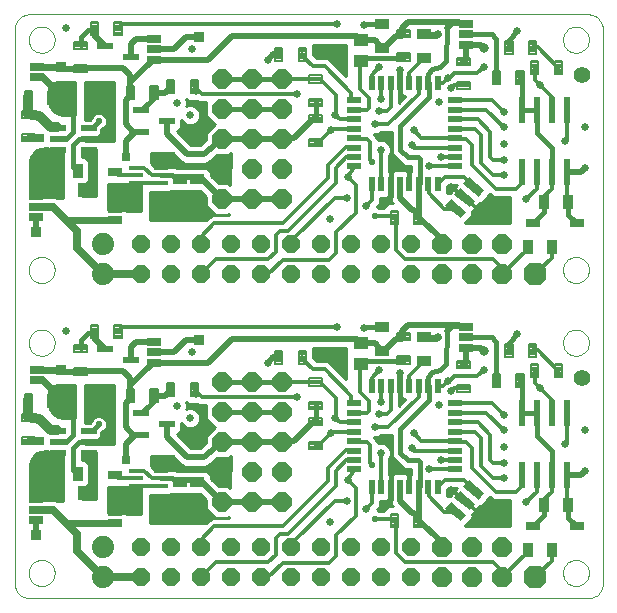
<source format=gtl>
G75*
%MOIN*%
%OFA0B0*%
%FSLAX24Y24*%
%IPPOS*%
%LPD*%
%AMOC8*
5,1,8,0,0,1.08239X$1,22.5*
%
%ADD10C,0.0000*%
%ADD11R,0.0520X0.0220*%
%ADD12R,0.0315X0.0472*%
%ADD13C,0.0079*%
%ADD14R,0.0355X0.0512*%
%ADD15R,0.0450X0.0400*%
%ADD16R,0.0236X0.0866*%
%ADD17C,0.0560*%
%ADD18R,0.0500X0.0250*%
%ADD19R,0.0460X0.0140*%
%ADD20R,0.0472X0.0315*%
%ADD21R,0.0512X0.0355*%
%ADD22OC8,0.0660*%
%ADD23C,0.0740*%
%ADD24R,0.0472X0.0276*%
%ADD25R,0.0276X0.0669*%
%ADD26R,0.0210X0.0500*%
%ADD27R,0.0500X0.0210*%
%ADD28OC8,0.0600*%
%ADD29OC8,0.0640*%
%ADD30OC8,0.0760*%
%ADD31C,0.0160*%
%ADD32C,0.0200*%
%ADD33C,0.0240*%
%ADD34R,0.0354X0.0354*%
%ADD35R,0.0250X0.0250*%
%ADD36C,0.0120*%
%ADD37C,0.0180*%
%ADD38C,0.0100*%
%ADD39C,0.0320*%
%ADD40C,0.0320*%
%ADD41C,0.0210*%
%ADD42C,0.0250*%
%ADD43C,0.0140*%
%ADD44C,0.0260*%
%ADD45C,0.0250*%
%ADD46C,0.0150*%
D10*
X005610Y001350D02*
X005610Y019820D01*
X005612Y019864D01*
X005618Y019907D01*
X005627Y019949D01*
X005640Y019991D01*
X005657Y020031D01*
X005677Y020070D01*
X005700Y020107D01*
X005727Y020141D01*
X005756Y020174D01*
X005789Y020203D01*
X005823Y020230D01*
X005860Y020253D01*
X005899Y020273D01*
X005939Y020290D01*
X005981Y020303D01*
X006023Y020312D01*
X006066Y020318D01*
X006110Y020320D01*
X024716Y020320D01*
X024760Y020318D01*
X024803Y020312D01*
X024845Y020303D01*
X024887Y020290D01*
X024927Y020273D01*
X024966Y020253D01*
X025003Y020230D01*
X025037Y020203D01*
X025070Y020174D01*
X025099Y020141D01*
X025126Y020107D01*
X025149Y020070D01*
X025169Y020031D01*
X025186Y019991D01*
X025199Y019949D01*
X025208Y019907D01*
X025214Y019864D01*
X025216Y019820D01*
X025216Y001350D01*
X025214Y001306D01*
X025208Y001263D01*
X025199Y001221D01*
X025186Y001179D01*
X025169Y001139D01*
X025149Y001100D01*
X025126Y001063D01*
X025099Y001029D01*
X025070Y000996D01*
X025037Y000967D01*
X025003Y000940D01*
X024966Y000917D01*
X024927Y000897D01*
X024887Y000880D01*
X024845Y000867D01*
X024803Y000858D01*
X024760Y000852D01*
X024716Y000850D01*
X006110Y000850D01*
X006066Y000852D01*
X006023Y000858D01*
X005981Y000867D01*
X005939Y000880D01*
X005899Y000897D01*
X005860Y000917D01*
X005823Y000940D01*
X005789Y000967D01*
X005756Y000996D01*
X005727Y001029D01*
X005700Y001063D01*
X005677Y001100D01*
X005657Y001139D01*
X005640Y001179D01*
X005627Y001221D01*
X005618Y001263D01*
X005612Y001306D01*
X005610Y001350D01*
X006075Y001698D02*
X006077Y001739D01*
X006083Y001780D01*
X006093Y001820D01*
X006106Y001859D01*
X006123Y001896D01*
X006144Y001932D01*
X006168Y001966D01*
X006195Y001997D01*
X006224Y002025D01*
X006257Y002051D01*
X006291Y002073D01*
X006328Y002092D01*
X006366Y002107D01*
X006406Y002119D01*
X006446Y002127D01*
X006487Y002131D01*
X006529Y002131D01*
X006570Y002127D01*
X006610Y002119D01*
X006650Y002107D01*
X006688Y002092D01*
X006724Y002073D01*
X006759Y002051D01*
X006792Y002025D01*
X006821Y001997D01*
X006848Y001966D01*
X006872Y001932D01*
X006893Y001896D01*
X006910Y001859D01*
X006923Y001820D01*
X006933Y001780D01*
X006939Y001739D01*
X006941Y001698D01*
X006939Y001657D01*
X006933Y001616D01*
X006923Y001576D01*
X006910Y001537D01*
X006893Y001500D01*
X006872Y001464D01*
X006848Y001430D01*
X006821Y001399D01*
X006792Y001371D01*
X006759Y001345D01*
X006725Y001323D01*
X006688Y001304D01*
X006650Y001289D01*
X006610Y001277D01*
X006570Y001269D01*
X006529Y001265D01*
X006487Y001265D01*
X006446Y001269D01*
X006406Y001277D01*
X006366Y001289D01*
X006328Y001304D01*
X006292Y001323D01*
X006257Y001345D01*
X006224Y001371D01*
X006195Y001399D01*
X006168Y001430D01*
X006144Y001464D01*
X006123Y001500D01*
X006106Y001537D01*
X006093Y001576D01*
X006083Y001616D01*
X006077Y001657D01*
X006075Y001698D01*
X006075Y009372D02*
X006077Y009413D01*
X006083Y009454D01*
X006093Y009494D01*
X006106Y009533D01*
X006123Y009570D01*
X006144Y009606D01*
X006168Y009640D01*
X006195Y009671D01*
X006224Y009699D01*
X006257Y009725D01*
X006291Y009747D01*
X006328Y009766D01*
X006366Y009781D01*
X006406Y009793D01*
X006446Y009801D01*
X006487Y009805D01*
X006529Y009805D01*
X006570Y009801D01*
X006610Y009793D01*
X006650Y009781D01*
X006688Y009766D01*
X006724Y009747D01*
X006759Y009725D01*
X006792Y009699D01*
X006821Y009671D01*
X006848Y009640D01*
X006872Y009606D01*
X006893Y009570D01*
X006910Y009533D01*
X006923Y009494D01*
X006933Y009454D01*
X006939Y009413D01*
X006941Y009372D01*
X006939Y009331D01*
X006933Y009290D01*
X006923Y009250D01*
X006910Y009211D01*
X006893Y009174D01*
X006872Y009138D01*
X006848Y009104D01*
X006821Y009073D01*
X006792Y009045D01*
X006759Y009019D01*
X006725Y008997D01*
X006688Y008978D01*
X006650Y008963D01*
X006610Y008951D01*
X006570Y008943D01*
X006529Y008939D01*
X006487Y008939D01*
X006446Y008943D01*
X006406Y008951D01*
X006366Y008963D01*
X006328Y008978D01*
X006292Y008997D01*
X006257Y009019D01*
X006224Y009045D01*
X006195Y009073D01*
X006168Y009104D01*
X006144Y009138D01*
X006123Y009174D01*
X006106Y009211D01*
X006093Y009250D01*
X006083Y009290D01*
X006077Y009331D01*
X006075Y009372D01*
X006075Y011798D02*
X006077Y011839D01*
X006083Y011880D01*
X006093Y011920D01*
X006106Y011959D01*
X006123Y011996D01*
X006144Y012032D01*
X006168Y012066D01*
X006195Y012097D01*
X006224Y012125D01*
X006257Y012151D01*
X006291Y012173D01*
X006328Y012192D01*
X006366Y012207D01*
X006406Y012219D01*
X006446Y012227D01*
X006487Y012231D01*
X006529Y012231D01*
X006570Y012227D01*
X006610Y012219D01*
X006650Y012207D01*
X006688Y012192D01*
X006724Y012173D01*
X006759Y012151D01*
X006792Y012125D01*
X006821Y012097D01*
X006848Y012066D01*
X006872Y012032D01*
X006893Y011996D01*
X006910Y011959D01*
X006923Y011920D01*
X006933Y011880D01*
X006939Y011839D01*
X006941Y011798D01*
X006939Y011757D01*
X006933Y011716D01*
X006923Y011676D01*
X006910Y011637D01*
X006893Y011600D01*
X006872Y011564D01*
X006848Y011530D01*
X006821Y011499D01*
X006792Y011471D01*
X006759Y011445D01*
X006725Y011423D01*
X006688Y011404D01*
X006650Y011389D01*
X006610Y011377D01*
X006570Y011369D01*
X006529Y011365D01*
X006487Y011365D01*
X006446Y011369D01*
X006406Y011377D01*
X006366Y011389D01*
X006328Y011404D01*
X006292Y011423D01*
X006257Y011445D01*
X006224Y011471D01*
X006195Y011499D01*
X006168Y011530D01*
X006144Y011564D01*
X006123Y011600D01*
X006106Y011637D01*
X006093Y011676D01*
X006083Y011716D01*
X006077Y011757D01*
X006075Y011798D01*
X006075Y019472D02*
X006077Y019513D01*
X006083Y019554D01*
X006093Y019594D01*
X006106Y019633D01*
X006123Y019670D01*
X006144Y019706D01*
X006168Y019740D01*
X006195Y019771D01*
X006224Y019799D01*
X006257Y019825D01*
X006291Y019847D01*
X006328Y019866D01*
X006366Y019881D01*
X006406Y019893D01*
X006446Y019901D01*
X006487Y019905D01*
X006529Y019905D01*
X006570Y019901D01*
X006610Y019893D01*
X006650Y019881D01*
X006688Y019866D01*
X006724Y019847D01*
X006759Y019825D01*
X006792Y019799D01*
X006821Y019771D01*
X006848Y019740D01*
X006872Y019706D01*
X006893Y019670D01*
X006910Y019633D01*
X006923Y019594D01*
X006933Y019554D01*
X006939Y019513D01*
X006941Y019472D01*
X006939Y019431D01*
X006933Y019390D01*
X006923Y019350D01*
X006910Y019311D01*
X006893Y019274D01*
X006872Y019238D01*
X006848Y019204D01*
X006821Y019173D01*
X006792Y019145D01*
X006759Y019119D01*
X006725Y019097D01*
X006688Y019078D01*
X006650Y019063D01*
X006610Y019051D01*
X006570Y019043D01*
X006529Y019039D01*
X006487Y019039D01*
X006446Y019043D01*
X006406Y019051D01*
X006366Y019063D01*
X006328Y019078D01*
X006292Y019097D01*
X006257Y019119D01*
X006224Y019145D01*
X006195Y019173D01*
X006168Y019204D01*
X006144Y019238D01*
X006123Y019274D01*
X006106Y019311D01*
X006093Y019350D01*
X006083Y019390D01*
X006077Y019431D01*
X006075Y019472D01*
X023885Y019472D02*
X023887Y019513D01*
X023893Y019554D01*
X023903Y019594D01*
X023916Y019633D01*
X023933Y019670D01*
X023954Y019706D01*
X023978Y019740D01*
X024005Y019771D01*
X024034Y019799D01*
X024067Y019825D01*
X024101Y019847D01*
X024138Y019866D01*
X024176Y019881D01*
X024216Y019893D01*
X024256Y019901D01*
X024297Y019905D01*
X024339Y019905D01*
X024380Y019901D01*
X024420Y019893D01*
X024460Y019881D01*
X024498Y019866D01*
X024534Y019847D01*
X024569Y019825D01*
X024602Y019799D01*
X024631Y019771D01*
X024658Y019740D01*
X024682Y019706D01*
X024703Y019670D01*
X024720Y019633D01*
X024733Y019594D01*
X024743Y019554D01*
X024749Y019513D01*
X024751Y019472D01*
X024749Y019431D01*
X024743Y019390D01*
X024733Y019350D01*
X024720Y019311D01*
X024703Y019274D01*
X024682Y019238D01*
X024658Y019204D01*
X024631Y019173D01*
X024602Y019145D01*
X024569Y019119D01*
X024535Y019097D01*
X024498Y019078D01*
X024460Y019063D01*
X024420Y019051D01*
X024380Y019043D01*
X024339Y019039D01*
X024297Y019039D01*
X024256Y019043D01*
X024216Y019051D01*
X024176Y019063D01*
X024138Y019078D01*
X024102Y019097D01*
X024067Y019119D01*
X024034Y019145D01*
X024005Y019173D01*
X023978Y019204D01*
X023954Y019238D01*
X023933Y019274D01*
X023916Y019311D01*
X023903Y019350D01*
X023893Y019390D01*
X023887Y019431D01*
X023885Y019472D01*
X023885Y011798D02*
X023887Y011839D01*
X023893Y011880D01*
X023903Y011920D01*
X023916Y011959D01*
X023933Y011996D01*
X023954Y012032D01*
X023978Y012066D01*
X024005Y012097D01*
X024034Y012125D01*
X024067Y012151D01*
X024101Y012173D01*
X024138Y012192D01*
X024176Y012207D01*
X024216Y012219D01*
X024256Y012227D01*
X024297Y012231D01*
X024339Y012231D01*
X024380Y012227D01*
X024420Y012219D01*
X024460Y012207D01*
X024498Y012192D01*
X024534Y012173D01*
X024569Y012151D01*
X024602Y012125D01*
X024631Y012097D01*
X024658Y012066D01*
X024682Y012032D01*
X024703Y011996D01*
X024720Y011959D01*
X024733Y011920D01*
X024743Y011880D01*
X024749Y011839D01*
X024751Y011798D01*
X024749Y011757D01*
X024743Y011716D01*
X024733Y011676D01*
X024720Y011637D01*
X024703Y011600D01*
X024682Y011564D01*
X024658Y011530D01*
X024631Y011499D01*
X024602Y011471D01*
X024569Y011445D01*
X024535Y011423D01*
X024498Y011404D01*
X024460Y011389D01*
X024420Y011377D01*
X024380Y011369D01*
X024339Y011365D01*
X024297Y011365D01*
X024256Y011369D01*
X024216Y011377D01*
X024176Y011389D01*
X024138Y011404D01*
X024102Y011423D01*
X024067Y011445D01*
X024034Y011471D01*
X024005Y011499D01*
X023978Y011530D01*
X023954Y011564D01*
X023933Y011600D01*
X023916Y011637D01*
X023903Y011676D01*
X023893Y011716D01*
X023887Y011757D01*
X023885Y011798D01*
X023885Y009372D02*
X023887Y009413D01*
X023893Y009454D01*
X023903Y009494D01*
X023916Y009533D01*
X023933Y009570D01*
X023954Y009606D01*
X023978Y009640D01*
X024005Y009671D01*
X024034Y009699D01*
X024067Y009725D01*
X024101Y009747D01*
X024138Y009766D01*
X024176Y009781D01*
X024216Y009793D01*
X024256Y009801D01*
X024297Y009805D01*
X024339Y009805D01*
X024380Y009801D01*
X024420Y009793D01*
X024460Y009781D01*
X024498Y009766D01*
X024534Y009747D01*
X024569Y009725D01*
X024602Y009699D01*
X024631Y009671D01*
X024658Y009640D01*
X024682Y009606D01*
X024703Y009570D01*
X024720Y009533D01*
X024733Y009494D01*
X024743Y009454D01*
X024749Y009413D01*
X024751Y009372D01*
X024749Y009331D01*
X024743Y009290D01*
X024733Y009250D01*
X024720Y009211D01*
X024703Y009174D01*
X024682Y009138D01*
X024658Y009104D01*
X024631Y009073D01*
X024602Y009045D01*
X024569Y009019D01*
X024535Y008997D01*
X024498Y008978D01*
X024460Y008963D01*
X024420Y008951D01*
X024380Y008943D01*
X024339Y008939D01*
X024297Y008939D01*
X024256Y008943D01*
X024216Y008951D01*
X024176Y008963D01*
X024138Y008978D01*
X024102Y008997D01*
X024067Y009019D01*
X024034Y009045D01*
X024005Y009073D01*
X023978Y009104D01*
X023954Y009138D01*
X023933Y009174D01*
X023916Y009211D01*
X023903Y009250D01*
X023893Y009290D01*
X023887Y009331D01*
X023885Y009372D01*
X023885Y001698D02*
X023887Y001739D01*
X023893Y001780D01*
X023903Y001820D01*
X023916Y001859D01*
X023933Y001896D01*
X023954Y001932D01*
X023978Y001966D01*
X024005Y001997D01*
X024034Y002025D01*
X024067Y002051D01*
X024101Y002073D01*
X024138Y002092D01*
X024176Y002107D01*
X024216Y002119D01*
X024256Y002127D01*
X024297Y002131D01*
X024339Y002131D01*
X024380Y002127D01*
X024420Y002119D01*
X024460Y002107D01*
X024498Y002092D01*
X024534Y002073D01*
X024569Y002051D01*
X024602Y002025D01*
X024631Y001997D01*
X024658Y001966D01*
X024682Y001932D01*
X024703Y001896D01*
X024720Y001859D01*
X024733Y001820D01*
X024743Y001780D01*
X024749Y001739D01*
X024751Y001698D01*
X024749Y001657D01*
X024743Y001616D01*
X024733Y001576D01*
X024720Y001537D01*
X024703Y001500D01*
X024682Y001464D01*
X024658Y001430D01*
X024631Y001399D01*
X024602Y001371D01*
X024569Y001345D01*
X024535Y001323D01*
X024498Y001304D01*
X024460Y001289D01*
X024420Y001277D01*
X024380Y001269D01*
X024339Y001265D01*
X024297Y001265D01*
X024256Y001269D01*
X024216Y001277D01*
X024176Y001289D01*
X024138Y001304D01*
X024102Y001323D01*
X024067Y001345D01*
X024034Y001371D01*
X024005Y001399D01*
X023978Y001430D01*
X023954Y001464D01*
X023933Y001500D01*
X023916Y001537D01*
X023903Y001576D01*
X023893Y001616D01*
X023887Y001657D01*
X023885Y001698D01*
D11*
X010690Y006650D03*
X009830Y006280D03*
X009830Y007020D03*
X008630Y008430D03*
X008630Y009170D03*
X009490Y008800D03*
X008070Y006420D03*
X008070Y006050D03*
X008070Y005680D03*
X007050Y005680D03*
X007050Y006050D03*
X007050Y006420D03*
X007050Y015780D03*
X007050Y016150D03*
X007050Y016520D03*
X008070Y016520D03*
X008070Y016150D03*
X008070Y015780D03*
X009830Y016380D03*
X009830Y017120D03*
X010690Y016750D03*
X008630Y018530D03*
X008630Y019270D03*
X009490Y018900D03*
D12*
X007864Y014450D03*
X007156Y014450D03*
X007156Y004350D03*
X007864Y004350D03*
D13*
X005843Y005988D02*
X005843Y006224D01*
X006277Y006224D01*
X006277Y005988D01*
X005843Y005988D01*
X005843Y006066D02*
X006277Y006066D01*
X006277Y006144D02*
X005843Y006144D01*
X005843Y006222D02*
X006277Y006222D01*
X005843Y006776D02*
X005843Y007012D01*
X006277Y007012D01*
X006277Y006776D01*
X005843Y006776D01*
X005843Y006854D02*
X006277Y006854D01*
X006277Y006932D02*
X005843Y006932D01*
X005843Y007010D02*
X006277Y007010D01*
X006184Y007233D02*
X005948Y007233D01*
X005948Y007667D01*
X006184Y007667D01*
X006184Y007233D01*
X006184Y007311D02*
X005948Y007311D01*
X005948Y007389D02*
X006184Y007389D01*
X006184Y007467D02*
X005948Y007467D01*
X005948Y007545D02*
X006184Y007545D01*
X006184Y007623D02*
X005948Y007623D01*
X006736Y007233D02*
X006972Y007233D01*
X006736Y007233D02*
X006736Y007667D01*
X006972Y007667D01*
X006972Y007233D01*
X006972Y007311D02*
X006736Y007311D01*
X006736Y007389D02*
X006972Y007389D01*
X006972Y007467D02*
X006736Y007467D01*
X006736Y007545D02*
X006972Y007545D01*
X006972Y007623D02*
X006736Y007623D01*
X007593Y008288D02*
X007593Y008524D01*
X008027Y008524D01*
X008027Y008288D01*
X007593Y008288D01*
X007593Y008366D02*
X008027Y008366D01*
X008027Y008444D02*
X007593Y008444D01*
X007593Y008522D02*
X008027Y008522D01*
X007593Y009076D02*
X007593Y009312D01*
X008027Y009312D01*
X008027Y009076D01*
X007593Y009076D01*
X007593Y009154D02*
X008027Y009154D01*
X008027Y009232D02*
X007593Y009232D01*
X007593Y009310D02*
X008027Y009310D01*
X008148Y009967D02*
X008384Y009967D01*
X008384Y009533D01*
X008148Y009533D01*
X008148Y009967D01*
X008148Y009611D02*
X008384Y009611D01*
X008384Y009689D02*
X008148Y009689D01*
X008148Y009767D02*
X008384Y009767D01*
X008384Y009845D02*
X008148Y009845D01*
X008148Y009923D02*
X008384Y009923D01*
X008936Y009967D02*
X009172Y009967D01*
X009172Y009533D01*
X008936Y009533D01*
X008936Y009967D01*
X008936Y009611D02*
X009172Y009611D01*
X009172Y009689D02*
X008936Y009689D01*
X008936Y009767D02*
X009172Y009767D01*
X009172Y009845D02*
X008936Y009845D01*
X008936Y009923D02*
X009172Y009923D01*
X010698Y008017D02*
X010934Y008017D01*
X010934Y007583D01*
X010698Y007583D01*
X010698Y008017D01*
X010698Y007661D02*
X010934Y007661D01*
X010934Y007739D02*
X010698Y007739D01*
X010698Y007817D02*
X010934Y007817D01*
X010934Y007895D02*
X010698Y007895D01*
X010698Y007973D02*
X010934Y007973D01*
X011486Y008017D02*
X011722Y008017D01*
X011722Y007583D01*
X011486Y007583D01*
X011486Y008017D01*
X011486Y007661D02*
X011722Y007661D01*
X011722Y007739D02*
X011486Y007739D01*
X011486Y007817D02*
X011722Y007817D01*
X011722Y007895D02*
X011486Y007895D01*
X011486Y007973D02*
X011722Y007973D01*
X010372Y007817D02*
X010136Y007817D01*
X010372Y007817D02*
X010372Y007383D01*
X010136Y007383D01*
X010136Y007817D01*
X010136Y007461D02*
X010372Y007461D01*
X010372Y007539D02*
X010136Y007539D01*
X010136Y007617D02*
X010372Y007617D01*
X010372Y007695D02*
X010136Y007695D01*
X010136Y007773D02*
X010372Y007773D01*
X009584Y007817D02*
X009348Y007817D01*
X009584Y007817D02*
X009584Y007383D01*
X009348Y007383D01*
X009348Y007817D01*
X009348Y007461D02*
X009584Y007461D01*
X009584Y007539D02*
X009348Y007539D01*
X009348Y007617D02*
X009584Y007617D01*
X009584Y007695D02*
X009348Y007695D01*
X009348Y007773D02*
X009584Y007773D01*
X014288Y008673D02*
X014524Y008673D01*
X014288Y008673D02*
X014288Y009107D01*
X014524Y009107D01*
X014524Y008673D01*
X014524Y008751D02*
X014288Y008751D01*
X014288Y008829D02*
X014524Y008829D01*
X014524Y008907D02*
X014288Y008907D01*
X014288Y008985D02*
X014524Y008985D01*
X014524Y009063D02*
X014288Y009063D01*
X015076Y008673D02*
X015312Y008673D01*
X015076Y008673D02*
X015076Y009107D01*
X015312Y009107D01*
X015312Y008673D01*
X015312Y008751D02*
X015076Y008751D01*
X015076Y008829D02*
X015312Y008829D01*
X015312Y008907D02*
X015076Y008907D01*
X015076Y008985D02*
X015312Y008985D01*
X015312Y009063D02*
X015076Y009063D01*
X015433Y008182D02*
X015433Y007946D01*
X015433Y008182D02*
X015867Y008182D01*
X015867Y007946D01*
X015433Y007946D01*
X015433Y008024D02*
X015867Y008024D01*
X015867Y008102D02*
X015433Y008102D01*
X015433Y008180D02*
X015867Y008180D01*
X015433Y007394D02*
X015433Y007158D01*
X015433Y007394D02*
X015867Y007394D01*
X015867Y007158D01*
X015433Y007158D01*
X015433Y007236D02*
X015867Y007236D01*
X015867Y007314D02*
X015433Y007314D01*
X015433Y007392D02*
X015867Y007392D01*
X015857Y006852D02*
X015857Y006616D01*
X015423Y006616D01*
X015423Y006852D01*
X015857Y006852D01*
X015857Y006694D02*
X015423Y006694D01*
X015423Y006772D02*
X015857Y006772D01*
X015857Y006850D02*
X015423Y006850D01*
X015857Y006064D02*
X015857Y005828D01*
X015423Y005828D01*
X015423Y006064D01*
X015857Y006064D01*
X015857Y005906D02*
X015423Y005906D01*
X015423Y005984D02*
X015857Y005984D01*
X015857Y006062D02*
X015423Y006062D01*
X018138Y003233D02*
X018374Y003233D01*
X018138Y003233D02*
X018138Y003667D01*
X018374Y003667D01*
X018374Y003233D01*
X018374Y003311D02*
X018138Y003311D01*
X018138Y003389D02*
X018374Y003389D01*
X018374Y003467D02*
X018138Y003467D01*
X018138Y003545D02*
X018374Y003545D01*
X018374Y003623D02*
X018138Y003623D01*
X018926Y003233D02*
X019162Y003233D01*
X018926Y003233D02*
X018926Y003667D01*
X019162Y003667D01*
X019162Y003233D01*
X019162Y003311D02*
X018926Y003311D01*
X018926Y003389D02*
X019162Y003389D01*
X019162Y003467D02*
X018926Y003467D01*
X018926Y003545D02*
X019162Y003545D01*
X019162Y003623D02*
X018926Y003623D01*
X020777Y007738D02*
X020777Y007974D01*
X020777Y007738D02*
X020343Y007738D01*
X020343Y007974D01*
X020777Y007974D01*
X020777Y007816D02*
X020343Y007816D01*
X020343Y007894D02*
X020777Y007894D01*
X020777Y007972D02*
X020343Y007972D01*
X020777Y008526D02*
X020777Y008762D01*
X020777Y008526D02*
X020343Y008526D01*
X020343Y008762D01*
X020777Y008762D01*
X020777Y008604D02*
X020343Y008604D01*
X020343Y008682D02*
X020777Y008682D01*
X020777Y008760D02*
X020343Y008760D01*
X021548Y008317D02*
X021784Y008317D01*
X021784Y007883D01*
X021548Y007883D01*
X021548Y008317D01*
X021548Y007961D02*
X021784Y007961D01*
X021784Y008039D02*
X021548Y008039D01*
X021548Y008117D02*
X021784Y008117D01*
X021784Y008195D02*
X021548Y008195D01*
X021548Y008273D02*
X021784Y008273D01*
X022336Y008317D02*
X022572Y008317D01*
X022572Y007883D01*
X022336Y007883D01*
X022336Y008317D01*
X022336Y007961D02*
X022572Y007961D01*
X022572Y008039D02*
X022336Y008039D01*
X022336Y008117D02*
X022572Y008117D01*
X022572Y008195D02*
X022336Y008195D01*
X022336Y008273D02*
X022572Y008273D01*
X022828Y008657D02*
X023064Y008657D01*
X023064Y008223D01*
X022828Y008223D01*
X022828Y008657D01*
X022828Y008301D02*
X023064Y008301D01*
X023064Y008379D02*
X022828Y008379D01*
X022828Y008457D02*
X023064Y008457D01*
X023064Y008535D02*
X022828Y008535D01*
X022828Y008613D02*
X023064Y008613D01*
X022992Y009337D02*
X022756Y009337D01*
X022992Y009337D02*
X022992Y008903D01*
X022756Y008903D01*
X022756Y009337D01*
X022756Y008981D02*
X022992Y008981D01*
X022992Y009059D02*
X022756Y009059D01*
X022756Y009137D02*
X022992Y009137D01*
X022992Y009215D02*
X022756Y009215D01*
X022756Y009293D02*
X022992Y009293D01*
X022204Y009337D02*
X021968Y009337D01*
X022204Y009337D02*
X022204Y008903D01*
X021968Y008903D01*
X021968Y009337D01*
X021968Y008981D02*
X022204Y008981D01*
X022204Y009059D02*
X021968Y009059D01*
X021968Y009137D02*
X022204Y009137D01*
X022204Y009215D02*
X021968Y009215D01*
X021968Y009293D02*
X022204Y009293D01*
X023616Y008657D02*
X023852Y008657D01*
X023852Y008223D01*
X023616Y008223D01*
X023616Y008657D01*
X023616Y008301D02*
X023852Y008301D01*
X023852Y008379D02*
X023616Y008379D01*
X023616Y008457D02*
X023852Y008457D01*
X023852Y008535D02*
X023616Y008535D01*
X023616Y008613D02*
X023852Y008613D01*
X018777Y008678D02*
X018777Y008914D01*
X018777Y008678D02*
X018343Y008678D01*
X018343Y008914D01*
X018777Y008914D01*
X018777Y008756D02*
X018343Y008756D01*
X018343Y008834D02*
X018777Y008834D01*
X018777Y008912D02*
X018343Y008912D01*
X018777Y009466D02*
X018777Y009702D01*
X018777Y009466D02*
X018343Y009466D01*
X018343Y009702D01*
X018777Y009702D01*
X018777Y009544D02*
X018343Y009544D01*
X018343Y009622D02*
X018777Y009622D01*
X018777Y009700D02*
X018343Y009700D01*
X018374Y013333D02*
X018138Y013333D01*
X018138Y013767D01*
X018374Y013767D01*
X018374Y013333D01*
X018374Y013411D02*
X018138Y013411D01*
X018138Y013489D02*
X018374Y013489D01*
X018374Y013567D02*
X018138Y013567D01*
X018138Y013645D02*
X018374Y013645D01*
X018374Y013723D02*
X018138Y013723D01*
X018926Y013333D02*
X019162Y013333D01*
X018926Y013333D02*
X018926Y013767D01*
X019162Y013767D01*
X019162Y013333D01*
X019162Y013411D02*
X018926Y013411D01*
X018926Y013489D02*
X019162Y013489D01*
X019162Y013567D02*
X018926Y013567D01*
X018926Y013645D02*
X019162Y013645D01*
X019162Y013723D02*
X018926Y013723D01*
X015857Y015928D02*
X015857Y016164D01*
X015857Y015928D02*
X015423Y015928D01*
X015423Y016164D01*
X015857Y016164D01*
X015857Y016006D02*
X015423Y016006D01*
X015423Y016084D02*
X015857Y016084D01*
X015857Y016162D02*
X015423Y016162D01*
X015857Y016716D02*
X015857Y016952D01*
X015857Y016716D02*
X015423Y016716D01*
X015423Y016952D01*
X015857Y016952D01*
X015857Y016794D02*
X015423Y016794D01*
X015423Y016872D02*
X015857Y016872D01*
X015857Y016950D02*
X015423Y016950D01*
X015433Y017258D02*
X015433Y017494D01*
X015867Y017494D01*
X015867Y017258D01*
X015433Y017258D01*
X015433Y017336D02*
X015867Y017336D01*
X015867Y017414D02*
X015433Y017414D01*
X015433Y017492D02*
X015867Y017492D01*
X015433Y018046D02*
X015433Y018282D01*
X015867Y018282D01*
X015867Y018046D01*
X015433Y018046D01*
X015433Y018124D02*
X015867Y018124D01*
X015867Y018202D02*
X015433Y018202D01*
X015433Y018280D02*
X015867Y018280D01*
X015312Y018773D02*
X015076Y018773D01*
X015076Y019207D01*
X015312Y019207D01*
X015312Y018773D01*
X015312Y018851D02*
X015076Y018851D01*
X015076Y018929D02*
X015312Y018929D01*
X015312Y019007D02*
X015076Y019007D01*
X015076Y019085D02*
X015312Y019085D01*
X015312Y019163D02*
X015076Y019163D01*
X014524Y018773D02*
X014288Y018773D01*
X014288Y019207D01*
X014524Y019207D01*
X014524Y018773D01*
X014524Y018851D02*
X014288Y018851D01*
X014288Y018929D02*
X014524Y018929D01*
X014524Y019007D02*
X014288Y019007D01*
X014288Y019085D02*
X014524Y019085D01*
X014524Y019163D02*
X014288Y019163D01*
X011722Y018117D02*
X011486Y018117D01*
X011722Y018117D02*
X011722Y017683D01*
X011486Y017683D01*
X011486Y018117D01*
X011486Y017761D02*
X011722Y017761D01*
X011722Y017839D02*
X011486Y017839D01*
X011486Y017917D02*
X011722Y017917D01*
X011722Y017995D02*
X011486Y017995D01*
X011486Y018073D02*
X011722Y018073D01*
X010934Y018117D02*
X010698Y018117D01*
X010934Y018117D02*
X010934Y017683D01*
X010698Y017683D01*
X010698Y018117D01*
X010698Y017761D02*
X010934Y017761D01*
X010934Y017839D02*
X010698Y017839D01*
X010698Y017917D02*
X010934Y017917D01*
X010934Y017995D02*
X010698Y017995D01*
X010698Y018073D02*
X010934Y018073D01*
X010372Y017917D02*
X010136Y017917D01*
X010372Y017917D02*
X010372Y017483D01*
X010136Y017483D01*
X010136Y017917D01*
X010136Y017561D02*
X010372Y017561D01*
X010372Y017639D02*
X010136Y017639D01*
X010136Y017717D02*
X010372Y017717D01*
X010372Y017795D02*
X010136Y017795D01*
X010136Y017873D02*
X010372Y017873D01*
X009584Y017917D02*
X009348Y017917D01*
X009584Y017917D02*
X009584Y017483D01*
X009348Y017483D01*
X009348Y017917D01*
X009348Y017561D02*
X009584Y017561D01*
X009584Y017639D02*
X009348Y017639D01*
X009348Y017717D02*
X009584Y017717D01*
X009584Y017795D02*
X009348Y017795D01*
X009348Y017873D02*
X009584Y017873D01*
X007593Y018388D02*
X007593Y018624D01*
X008027Y018624D01*
X008027Y018388D01*
X007593Y018388D01*
X007593Y018466D02*
X008027Y018466D01*
X008027Y018544D02*
X007593Y018544D01*
X007593Y018622D02*
X008027Y018622D01*
X007593Y019176D02*
X007593Y019412D01*
X008027Y019412D01*
X008027Y019176D01*
X007593Y019176D01*
X007593Y019254D02*
X008027Y019254D01*
X008027Y019332D02*
X007593Y019332D01*
X007593Y019410D02*
X008027Y019410D01*
X008148Y020067D02*
X008384Y020067D01*
X008384Y019633D01*
X008148Y019633D01*
X008148Y020067D01*
X008148Y019711D02*
X008384Y019711D01*
X008384Y019789D02*
X008148Y019789D01*
X008148Y019867D02*
X008384Y019867D01*
X008384Y019945D02*
X008148Y019945D01*
X008148Y020023D02*
X008384Y020023D01*
X008936Y020067D02*
X009172Y020067D01*
X009172Y019633D01*
X008936Y019633D01*
X008936Y020067D01*
X008936Y019711D02*
X009172Y019711D01*
X009172Y019789D02*
X008936Y019789D01*
X008936Y019867D02*
X009172Y019867D01*
X009172Y019945D02*
X008936Y019945D01*
X008936Y020023D02*
X009172Y020023D01*
X006972Y017333D02*
X006736Y017333D01*
X006736Y017767D01*
X006972Y017767D01*
X006972Y017333D01*
X006972Y017411D02*
X006736Y017411D01*
X006736Y017489D02*
X006972Y017489D01*
X006972Y017567D02*
X006736Y017567D01*
X006736Y017645D02*
X006972Y017645D01*
X006972Y017723D02*
X006736Y017723D01*
X006184Y017333D02*
X005948Y017333D01*
X005948Y017767D01*
X006184Y017767D01*
X006184Y017333D01*
X006184Y017411D02*
X005948Y017411D01*
X005948Y017489D02*
X006184Y017489D01*
X006184Y017567D02*
X005948Y017567D01*
X005948Y017645D02*
X006184Y017645D01*
X006184Y017723D02*
X005948Y017723D01*
X005843Y017112D02*
X005843Y016876D01*
X005843Y017112D02*
X006277Y017112D01*
X006277Y016876D01*
X005843Y016876D01*
X005843Y016954D02*
X006277Y016954D01*
X006277Y017032D02*
X005843Y017032D01*
X005843Y017110D02*
X006277Y017110D01*
X005843Y016324D02*
X005843Y016088D01*
X005843Y016324D02*
X006277Y016324D01*
X006277Y016088D01*
X005843Y016088D01*
X005843Y016166D02*
X006277Y016166D01*
X006277Y016244D02*
X005843Y016244D01*
X005843Y016322D02*
X006277Y016322D01*
X018777Y018778D02*
X018777Y019014D01*
X018777Y018778D02*
X018343Y018778D01*
X018343Y019014D01*
X018777Y019014D01*
X018777Y018856D02*
X018343Y018856D01*
X018343Y018934D02*
X018777Y018934D01*
X018777Y019012D02*
X018343Y019012D01*
X018777Y019566D02*
X018777Y019802D01*
X018777Y019566D02*
X018343Y019566D01*
X018343Y019802D01*
X018777Y019802D01*
X018777Y019644D02*
X018343Y019644D01*
X018343Y019722D02*
X018777Y019722D01*
X018777Y019800D02*
X018343Y019800D01*
X020777Y018862D02*
X020777Y018626D01*
X020343Y018626D01*
X020343Y018862D01*
X020777Y018862D01*
X020777Y018704D02*
X020343Y018704D01*
X020343Y018782D02*
X020777Y018782D01*
X020777Y018860D02*
X020343Y018860D01*
X020777Y018074D02*
X020777Y017838D01*
X020343Y017838D01*
X020343Y018074D01*
X020777Y018074D01*
X020777Y017916D02*
X020343Y017916D01*
X020343Y017994D02*
X020777Y017994D01*
X020777Y018072D02*
X020343Y018072D01*
X021548Y018417D02*
X021784Y018417D01*
X021784Y017983D01*
X021548Y017983D01*
X021548Y018417D01*
X021548Y018061D02*
X021784Y018061D01*
X021784Y018139D02*
X021548Y018139D01*
X021548Y018217D02*
X021784Y018217D01*
X021784Y018295D02*
X021548Y018295D01*
X021548Y018373D02*
X021784Y018373D01*
X022336Y018417D02*
X022572Y018417D01*
X022572Y017983D01*
X022336Y017983D01*
X022336Y018417D01*
X022336Y018061D02*
X022572Y018061D01*
X022572Y018139D02*
X022336Y018139D01*
X022336Y018217D02*
X022572Y018217D01*
X022572Y018295D02*
X022336Y018295D01*
X022336Y018373D02*
X022572Y018373D01*
X022828Y018757D02*
X023064Y018757D01*
X023064Y018323D01*
X022828Y018323D01*
X022828Y018757D01*
X022828Y018401D02*
X023064Y018401D01*
X023064Y018479D02*
X022828Y018479D01*
X022828Y018557D02*
X023064Y018557D01*
X023064Y018635D02*
X022828Y018635D01*
X022828Y018713D02*
X023064Y018713D01*
X022992Y019437D02*
X022756Y019437D01*
X022992Y019437D02*
X022992Y019003D01*
X022756Y019003D01*
X022756Y019437D01*
X022756Y019081D02*
X022992Y019081D01*
X022992Y019159D02*
X022756Y019159D01*
X022756Y019237D02*
X022992Y019237D01*
X022992Y019315D02*
X022756Y019315D01*
X022756Y019393D02*
X022992Y019393D01*
X022204Y019437D02*
X021968Y019437D01*
X022204Y019437D02*
X022204Y019003D01*
X021968Y019003D01*
X021968Y019437D01*
X021968Y019081D02*
X022204Y019081D01*
X022204Y019159D02*
X021968Y019159D01*
X021968Y019237D02*
X022204Y019237D01*
X022204Y019315D02*
X021968Y019315D01*
X021968Y019393D02*
X022204Y019393D01*
X023616Y018757D02*
X023852Y018757D01*
X023852Y018323D01*
X023616Y018323D01*
X023616Y018757D01*
X023616Y018401D02*
X023852Y018401D01*
X023852Y018479D02*
X023616Y018479D01*
X023616Y018557D02*
X023852Y018557D01*
X023852Y018635D02*
X023616Y018635D01*
X023616Y018713D02*
X023852Y018713D01*
D14*
X024054Y014050D03*
X023266Y014050D03*
X023504Y012550D03*
X022716Y012550D03*
X023266Y003950D03*
X024054Y003950D03*
X023504Y002450D03*
X022716Y002450D03*
X010454Y004050D03*
X009666Y004050D03*
X007704Y005000D03*
X006916Y005000D03*
X007316Y007100D03*
X007316Y007750D03*
X008104Y007750D03*
X008104Y007100D03*
X009666Y014150D03*
X010454Y014150D03*
X007704Y015100D03*
X006916Y015100D03*
X007316Y017200D03*
X007316Y017850D03*
X008104Y017850D03*
X008104Y017200D03*
D15*
X016360Y019100D03*
X017160Y018750D03*
X017160Y019450D03*
X017160Y009350D03*
X017160Y008650D03*
X016360Y009000D03*
D16*
X022510Y007024D03*
X023010Y007024D03*
X023510Y007024D03*
X024010Y007024D03*
X024010Y004976D03*
X023510Y004976D03*
X023010Y004976D03*
X022510Y004976D03*
X022510Y015076D03*
X023010Y015076D03*
X023510Y015076D03*
X024010Y015076D03*
X024010Y017124D03*
X023510Y017124D03*
X023010Y017124D03*
X022510Y017124D03*
D17*
X024520Y018290D03*
X024520Y008190D03*
D18*
X020660Y009200D03*
X020660Y009550D03*
X020660Y009900D03*
X010260Y009400D03*
X010260Y009050D03*
X010260Y008700D03*
X006360Y008477D03*
X006360Y008123D03*
X006310Y004150D03*
X006310Y003800D03*
X006310Y003450D03*
X008960Y003373D03*
X008960Y003727D03*
X008960Y013473D03*
X008960Y013827D03*
X006310Y013900D03*
X006310Y014250D03*
X006310Y013550D03*
X006360Y018223D03*
X006360Y018577D03*
X010260Y018800D03*
X010260Y019150D03*
X010260Y019500D03*
X020660Y019650D03*
X020660Y020000D03*
X020660Y019300D03*
D19*
X010470Y015210D03*
X010470Y014950D03*
X010470Y014690D03*
X009650Y014690D03*
X009650Y014950D03*
X009650Y015210D03*
X009650Y005110D03*
X009650Y004850D03*
X009650Y004590D03*
X010470Y004590D03*
X010470Y004850D03*
X010470Y005110D03*
D20*
X008960Y004954D03*
X008960Y004246D03*
X008960Y014346D03*
X008960Y015054D03*
D21*
X011110Y014814D03*
X011690Y014814D03*
X011690Y014026D03*
X011110Y014026D03*
X017860Y009894D03*
X017860Y009106D03*
X019260Y008776D03*
X019260Y009564D03*
X011690Y004714D03*
X011110Y004714D03*
X011110Y003926D03*
X011690Y003926D03*
X019260Y018876D03*
X019260Y019664D03*
X017860Y019994D03*
X017860Y019206D03*
D22*
X019860Y012650D03*
X019860Y011650D03*
X020860Y011650D03*
X021860Y011650D03*
X021860Y012650D03*
X020860Y012650D03*
X020860Y002550D03*
X021860Y002550D03*
X021860Y001550D03*
X020860Y001550D03*
X019860Y001550D03*
X019860Y002550D03*
D23*
X008560Y002550D03*
X008560Y001550D03*
X008560Y011650D03*
X008560Y012650D03*
D24*
X022882Y013350D03*
X024338Y013350D03*
X024338Y003250D03*
X022882Y003250D03*
D25*
G36*
X021257Y004356D02*
X021081Y004144D01*
X020569Y004570D01*
X020745Y004782D01*
X021257Y004356D01*
G37*
G36*
X020954Y003993D02*
X020778Y003781D01*
X020266Y004207D01*
X020442Y004419D01*
X020954Y003993D01*
G37*
G36*
X020652Y003630D02*
X020476Y003418D01*
X019964Y003844D01*
X020140Y004056D01*
X020652Y003630D01*
G37*
G36*
X020652Y013730D02*
X020476Y013518D01*
X019964Y013944D01*
X020140Y014156D01*
X020652Y013730D01*
G37*
G36*
X020954Y014093D02*
X020778Y013881D01*
X020266Y014307D01*
X020442Y014519D01*
X020954Y014093D01*
G37*
G36*
X021257Y014456D02*
X021081Y014244D01*
X020569Y014670D01*
X020745Y014882D01*
X021257Y014456D01*
G37*
D26*
X019712Y014660D03*
X019398Y014660D03*
X019083Y014660D03*
X018768Y014660D03*
X018453Y014660D03*
X018138Y014660D03*
X017823Y014660D03*
X017508Y014660D03*
X017508Y018040D03*
X017823Y018040D03*
X018138Y018040D03*
X018453Y018040D03*
X018768Y018040D03*
X019083Y018040D03*
X019398Y018040D03*
X019712Y018040D03*
X019712Y007940D03*
X019398Y007940D03*
X019083Y007940D03*
X018768Y007940D03*
X018453Y007940D03*
X018138Y007940D03*
X017823Y007940D03*
X017508Y007940D03*
X017508Y004560D03*
X017823Y004560D03*
X018138Y004560D03*
X018453Y004560D03*
X018768Y004560D03*
X019083Y004560D03*
X019398Y004560D03*
X019712Y004560D03*
D27*
X020300Y005148D03*
X020300Y005463D03*
X020300Y005778D03*
X020300Y006093D03*
X020300Y006407D03*
X020300Y006722D03*
X020300Y007037D03*
X020300Y007352D03*
X016920Y007352D03*
X016920Y007037D03*
X016920Y006722D03*
X016920Y006407D03*
X016920Y006093D03*
X016920Y005778D03*
X016920Y005463D03*
X016920Y005148D03*
X016920Y015248D03*
X016920Y015563D03*
X016920Y015878D03*
X016920Y016193D03*
X016920Y016507D03*
X016920Y016822D03*
X016920Y017137D03*
X016920Y017452D03*
X020300Y017452D03*
X020300Y017137D03*
X020300Y016822D03*
X020300Y016507D03*
X020300Y016193D03*
X020300Y015878D03*
X020300Y015563D03*
X020300Y015248D03*
D28*
X018810Y012650D03*
X017810Y012650D03*
X016810Y012650D03*
X015810Y012650D03*
X014810Y012650D03*
X013810Y012650D03*
X012810Y012650D03*
X011810Y012650D03*
X010810Y012650D03*
X009810Y012650D03*
X009810Y011650D03*
X010810Y011650D03*
X011810Y011650D03*
X012810Y011650D03*
X013810Y011650D03*
X014810Y011650D03*
X015810Y011650D03*
X016810Y011650D03*
X017810Y011650D03*
X018810Y011650D03*
X018810Y002550D03*
X017810Y002550D03*
X016810Y002550D03*
X015810Y002550D03*
X014810Y002550D03*
X013810Y002550D03*
X012810Y002550D03*
X011810Y002550D03*
X010810Y002550D03*
X009810Y002550D03*
X009810Y001550D03*
X010810Y001550D03*
X011810Y001550D03*
X012810Y001550D03*
X013810Y001550D03*
X014810Y001550D03*
X015810Y001550D03*
X016810Y001550D03*
X017810Y001550D03*
X018810Y001550D03*
D29*
X014510Y004050D03*
X013510Y004050D03*
X012510Y004050D03*
X012510Y005050D03*
X012520Y006050D03*
X012520Y007050D03*
X012520Y008050D03*
X013520Y008050D03*
X014520Y008050D03*
X014520Y007050D03*
X013520Y007050D03*
X013520Y006050D03*
X014520Y006050D03*
X014510Y005050D03*
X013510Y005050D03*
X013510Y014150D03*
X014510Y014150D03*
X014510Y015150D03*
X013510Y015150D03*
X012510Y015150D03*
X012510Y014150D03*
X012520Y016150D03*
X012520Y017150D03*
X012520Y018150D03*
X013520Y018150D03*
X014520Y018150D03*
X014520Y017150D03*
X013520Y017150D03*
X013520Y016150D03*
X014520Y016150D03*
D30*
X022960Y011650D03*
X022960Y001550D03*
D31*
X022882Y003250D02*
X023266Y003635D01*
X023266Y003950D01*
X024054Y003950D02*
X024054Y003535D01*
X024338Y003250D01*
X023510Y004976D02*
X023510Y005750D01*
X023010Y006250D01*
X023010Y007024D01*
X022510Y007024D01*
X022510Y008044D01*
X022454Y008100D01*
X021710Y008144D02*
X021710Y008250D01*
X021660Y008300D01*
X021660Y009400D01*
X021510Y009550D01*
X020660Y009550D01*
X022086Y009376D02*
X022086Y009120D01*
X022086Y009376D02*
X022360Y009650D01*
X019410Y007927D02*
X019410Y007450D01*
X018460Y006500D01*
X018460Y005700D01*
X018710Y005450D01*
X019060Y005450D01*
X019110Y005400D01*
X019110Y004588D01*
X019083Y004560D01*
X018768Y004560D02*
X018768Y004993D01*
X018710Y005050D01*
X018260Y005050D01*
X018160Y004950D01*
X018160Y004582D01*
X018453Y004560D02*
X018460Y004553D01*
X017508Y004560D02*
X017508Y004448D01*
X015640Y006734D02*
X015544Y006734D01*
X015640Y006734D02*
X015650Y006744D01*
X015650Y007276D01*
X014520Y007050D02*
X013520Y007050D01*
X012520Y007050D01*
X012520Y008050D02*
X013520Y008050D01*
X014520Y008050D01*
X015860Y008850D02*
X016160Y009000D01*
X016360Y009000D01*
X017160Y008650D02*
X017260Y008650D01*
X017360Y008750D01*
X018554Y008750D01*
X018560Y008796D01*
X018504Y009544D02*
X018560Y009584D01*
X018560Y009600D01*
X017860Y009894D02*
X017304Y009894D01*
X017260Y009850D01*
X017754Y009106D02*
X017860Y009106D01*
X018453Y007940D02*
X018453Y007507D01*
X018460Y007500D01*
X019398Y007940D02*
X019410Y007927D01*
X014570Y006100D02*
X014520Y006050D01*
X011110Y004714D02*
X010916Y004794D01*
X010860Y004850D01*
X010470Y004850D01*
X009830Y006280D02*
X009810Y006300D01*
X009610Y006300D02*
X009560Y006300D01*
X009830Y007020D02*
X010254Y007444D01*
X010254Y007600D01*
X009466Y007600D02*
X009466Y007506D01*
X009466Y007600D02*
X009466Y007744D01*
X008410Y006650D02*
X008180Y006420D01*
X008070Y006420D01*
X008070Y006050D02*
X007760Y006050D01*
X007560Y005850D01*
X007560Y005144D01*
X007704Y005000D01*
X007050Y006420D02*
X007020Y006450D01*
X007810Y009194D02*
X007810Y009450D01*
X008060Y009700D01*
X008216Y009700D01*
X008266Y009750D01*
X010916Y014894D02*
X011110Y014814D01*
X010916Y014894D02*
X010860Y014950D01*
X010470Y014950D01*
X009830Y016380D02*
X009810Y016400D01*
X009610Y016400D02*
X009560Y016400D01*
X009830Y017120D02*
X010254Y017544D01*
X010254Y017700D01*
X009466Y017700D02*
X009466Y017606D01*
X009466Y017700D02*
X009466Y017844D01*
X008410Y016750D02*
X008180Y016520D01*
X008070Y016520D01*
X008070Y016150D02*
X007760Y016150D01*
X007560Y015950D01*
X007560Y015244D01*
X007704Y015100D01*
X007050Y016520D02*
X007020Y016550D01*
X007810Y019294D02*
X007810Y019550D01*
X008060Y019800D01*
X008216Y019800D01*
X008266Y019850D01*
X012520Y018150D02*
X013520Y018150D01*
X014520Y018150D01*
X014520Y017150D02*
X013520Y017150D01*
X012520Y017150D01*
X014520Y016150D02*
X014570Y016200D01*
X015544Y016834D02*
X015640Y016834D01*
X015650Y016844D01*
X015650Y017376D01*
X015860Y018950D02*
X016160Y019100D01*
X016360Y019100D01*
X017160Y018750D02*
X017260Y018750D01*
X017360Y018850D01*
X018554Y018850D01*
X018560Y018896D01*
X018504Y019644D02*
X018560Y019684D01*
X018560Y019700D01*
X017860Y019994D02*
X017304Y019994D01*
X017260Y019950D01*
X017754Y019206D02*
X017860Y019206D01*
X018453Y018040D02*
X018453Y017607D01*
X018460Y017600D01*
X019398Y018040D02*
X019410Y018027D01*
X019410Y017550D01*
X018460Y016600D01*
X018460Y015800D01*
X018710Y015550D01*
X019060Y015550D01*
X019110Y015500D01*
X019110Y014688D01*
X019083Y014660D01*
X018768Y014660D02*
X018768Y015093D01*
X018710Y015150D01*
X018260Y015150D01*
X018160Y015050D01*
X018160Y014682D01*
X018453Y014660D02*
X018460Y014653D01*
X017508Y014660D02*
X017508Y014548D01*
X021710Y018244D02*
X021710Y018350D01*
X021660Y018400D01*
X021660Y019500D01*
X021510Y019650D01*
X020660Y019650D01*
X022086Y019476D02*
X022086Y019220D01*
X022086Y019476D02*
X022360Y019750D01*
X022454Y018200D02*
X022510Y018144D01*
X022510Y017124D01*
X023010Y017124D01*
X023010Y016350D01*
X023510Y015850D01*
X023510Y015076D01*
X023266Y014050D02*
X023266Y013735D01*
X022882Y013350D01*
X024054Y013635D02*
X024338Y013350D01*
X024054Y013635D02*
X024054Y014050D01*
D32*
X024010Y015076D02*
X024486Y015076D01*
X024610Y015200D01*
X020660Y018844D02*
X020560Y018744D01*
X020660Y018844D02*
X020660Y019300D01*
X021160Y019300D01*
X021260Y019200D01*
X020660Y020000D02*
X020460Y020000D01*
X020410Y020050D01*
X018710Y020050D01*
X018510Y019850D01*
X018510Y019694D01*
X018560Y019684D01*
X018516Y019600D01*
X018310Y019600D01*
X017916Y019206D01*
X017860Y019206D01*
X017616Y019450D01*
X017160Y019450D01*
X017010Y019600D01*
X012860Y019600D01*
X012060Y018800D01*
X010260Y018800D01*
X010210Y018800D01*
X009460Y018050D01*
X009460Y017706D01*
X009466Y017700D01*
X009466Y017606D02*
X009310Y017450D01*
X009310Y016650D01*
X009560Y016400D01*
X009610Y016400D02*
X009310Y016100D01*
X009310Y015550D01*
X009610Y016400D02*
X009810Y016400D01*
X010690Y016320D02*
X011360Y015650D01*
X011910Y015650D01*
X012520Y016150D01*
X013520Y016150D01*
X014520Y016150D01*
X014570Y016200D02*
X014910Y016200D01*
X015544Y016834D01*
X014040Y018800D02*
X014230Y018990D01*
X014406Y018990D01*
X011760Y019550D02*
X011310Y019550D01*
X010910Y019150D01*
X010260Y019150D01*
X010260Y019500D02*
X009660Y019500D01*
X009490Y019330D01*
X009490Y018900D01*
X009230Y018530D02*
X009460Y018300D01*
X009460Y018050D01*
X009230Y018530D02*
X008630Y018530D01*
X007867Y018530D01*
X007810Y018506D02*
X007634Y018530D01*
X007810Y018506D02*
X007054Y018506D01*
X007160Y018550D01*
X007810Y018506D02*
X007822Y018516D01*
X007836Y018524D01*
X007851Y018528D01*
X007867Y018530D01*
X008630Y019270D02*
X008266Y019634D01*
X008266Y019850D01*
X010254Y017700D02*
X010616Y017700D01*
X010816Y017900D01*
X010690Y016750D02*
X010690Y016320D01*
X011266Y014894D02*
X011610Y014894D01*
X011690Y014814D01*
X011846Y014814D01*
X012510Y014150D01*
X013510Y014150D01*
X014510Y014150D01*
X011266Y014894D02*
X011110Y014814D01*
X006310Y013550D02*
X006310Y013050D01*
X008266Y009750D02*
X008266Y009534D01*
X008630Y009170D01*
X008630Y008430D02*
X007867Y008430D01*
X007810Y008406D02*
X007634Y008430D01*
X007810Y008406D02*
X007054Y008406D01*
X007160Y008450D01*
X007810Y008406D02*
X007822Y008416D01*
X007836Y008424D01*
X007851Y008428D01*
X007867Y008430D01*
X008630Y008430D02*
X009230Y008430D01*
X009460Y008200D01*
X009460Y007950D01*
X010210Y008700D01*
X010260Y008700D01*
X012060Y008700D01*
X012860Y009500D01*
X017010Y009500D01*
X017160Y009350D01*
X017616Y009350D01*
X017860Y009106D01*
X017916Y009106D01*
X018310Y009500D01*
X018516Y009500D01*
X018560Y009584D01*
X018510Y009594D01*
X018510Y009750D01*
X018710Y009950D01*
X020410Y009950D01*
X020460Y009900D01*
X020660Y009900D01*
X020160Y009900D02*
X020010Y009750D01*
X020660Y009200D02*
X021160Y009200D01*
X021260Y009100D01*
X020660Y009200D02*
X020660Y008744D01*
X020560Y008644D01*
X018460Y008350D02*
X018453Y008343D01*
X018453Y007940D01*
X015544Y006734D02*
X014910Y006100D01*
X014570Y006100D01*
X014520Y006050D02*
X013520Y006050D01*
X012520Y006050D01*
X011910Y005550D01*
X011360Y005550D01*
X010690Y006220D01*
X010690Y006650D01*
X009810Y006300D02*
X009610Y006300D01*
X009310Y006000D01*
X009310Y005450D01*
X009560Y006300D02*
X009310Y006550D01*
X009310Y007350D01*
X009466Y007506D01*
X009466Y007600D02*
X009460Y007606D01*
X009460Y007950D01*
X010254Y007600D02*
X010616Y007600D01*
X010816Y007800D01*
X009490Y008800D02*
X009490Y009230D01*
X009660Y009400D01*
X010260Y009400D01*
X010260Y009050D02*
X010910Y009050D01*
X011310Y009450D01*
X011760Y009450D01*
X014040Y008700D02*
X014230Y008890D01*
X014406Y008890D01*
X011610Y004794D02*
X011266Y004794D01*
X011110Y004714D01*
X011610Y004794D02*
X011690Y004714D01*
X011846Y004714D01*
X012510Y004050D01*
X013510Y004050D01*
X014510Y004050D01*
X018010Y004000D02*
X018138Y004128D01*
X018138Y004560D01*
X018460Y004553D02*
X018460Y004100D01*
X018860Y003700D01*
X018904Y003700D01*
X019044Y003450D01*
X019083Y003579D01*
X019083Y004560D01*
X019044Y003450D02*
X019860Y002744D01*
X019860Y002550D01*
X024010Y004976D02*
X024486Y004976D01*
X024610Y005100D01*
X019860Y012650D02*
X019860Y012844D01*
X019044Y013550D01*
X018904Y013800D01*
X018860Y013800D01*
X018460Y014200D01*
X018460Y014653D01*
X018138Y014660D02*
X018138Y014228D01*
X018010Y014100D01*
X019083Y013679D02*
X019083Y014660D01*
X019083Y013679D02*
X019044Y013550D01*
X018453Y018040D02*
X018453Y018443D01*
X018460Y018450D01*
X020010Y019850D02*
X020160Y020000D01*
X006310Y003450D02*
X006310Y002950D01*
D33*
X007190Y003480D02*
X007297Y003373D01*
X008960Y003373D01*
X008560Y006050D02*
X008070Y006050D01*
X006460Y006100D02*
X006454Y006106D01*
X006060Y006106D01*
X006854Y007450D02*
X006960Y007556D01*
X006960Y007700D01*
X006537Y008123D01*
X006360Y008123D01*
X006360Y008477D02*
X006933Y008477D01*
X007160Y008450D01*
X007297Y013473D02*
X007190Y013580D01*
X007297Y013473D02*
X008960Y013473D01*
X008560Y016150D02*
X008070Y016150D01*
X006854Y017550D02*
X006960Y017656D01*
X006960Y017800D01*
X006537Y018223D01*
X006360Y018223D01*
X006360Y018577D02*
X006933Y018577D01*
X007160Y018550D01*
X006454Y016206D02*
X006060Y016206D01*
X006454Y016206D02*
X006460Y016200D01*
X019260Y019664D02*
X019616Y019644D01*
X019710Y019650D01*
X019260Y009564D02*
X019616Y009544D01*
X019710Y009550D01*
D34*
X011760Y009450D03*
X007160Y008450D03*
X006310Y013050D03*
X007160Y018550D03*
X011760Y019550D03*
X006310Y002950D03*
D35*
X009310Y005450D03*
X008560Y006050D03*
X006460Y006100D03*
X009310Y015550D03*
X008560Y016150D03*
X006460Y016200D03*
D36*
X009054Y019850D02*
X009204Y020000D01*
X016360Y020000D01*
X015194Y018990D02*
X015194Y018946D01*
X015560Y018580D01*
X015950Y018580D01*
X016830Y017700D01*
X016830Y017542D01*
X016920Y017452D01*
X016872Y017500D01*
X016920Y017137D02*
X017348Y017137D01*
X017410Y017200D01*
X017410Y017530D01*
X017110Y017830D01*
X017110Y018850D01*
X017160Y018750D01*
X017508Y018298D02*
X017760Y018550D01*
X017508Y018298D02*
X017508Y018040D01*
X017823Y018040D02*
X017823Y017513D01*
X017810Y017500D01*
X018138Y017228D02*
X018010Y017100D01*
X017760Y017100D01*
X018138Y017228D02*
X018138Y018040D01*
X018768Y018040D02*
X018768Y018364D01*
X019260Y018876D01*
X020060Y018200D02*
X020110Y018200D01*
X020260Y018350D01*
X021010Y018350D01*
X021260Y018550D01*
X021666Y018200D02*
X021710Y018244D01*
X021508Y017452D02*
X021910Y017050D01*
X021910Y016550D02*
X021323Y017137D01*
X020300Y017137D01*
X020300Y017452D02*
X021508Y017452D01*
X021038Y016822D02*
X021460Y016400D01*
X021460Y015550D01*
X021560Y015450D01*
X021910Y015450D01*
X021910Y014950D02*
X021560Y014950D01*
X021160Y015350D01*
X021160Y016300D01*
X020953Y016507D01*
X020300Y016507D01*
X020293Y016500D01*
X020308Y016200D02*
X020300Y016193D01*
X019168Y016193D01*
X018910Y016450D01*
X018860Y015950D02*
X018933Y015878D01*
X020300Y015878D01*
X020300Y015563D02*
X019823Y015563D01*
X019810Y015550D01*
X019762Y015248D02*
X019410Y015250D01*
X019762Y015248D02*
X020300Y015248D01*
X020575Y014900D02*
X020913Y014563D01*
X020575Y014900D02*
X019960Y014900D01*
X019720Y014660D01*
X019712Y014660D01*
X019410Y014647D02*
X019410Y014350D01*
X019923Y013837D01*
X020308Y013837D01*
X021660Y014500D02*
X022310Y014500D01*
X022510Y014700D01*
X022510Y015076D01*
X023010Y015076D02*
X023010Y014500D01*
X022660Y014150D01*
X023266Y014050D02*
X023266Y014256D01*
X023510Y014500D01*
X023510Y015076D01*
X024010Y015076D02*
X024010Y014194D01*
X024054Y014050D01*
X023504Y012550D02*
X023504Y012194D01*
X022960Y011650D01*
X022716Y012506D02*
X021860Y011650D01*
X021860Y011850D01*
X021560Y012150D01*
X018610Y012150D01*
X018310Y012450D01*
X018310Y013606D01*
X017616Y013606D01*
X017610Y013600D01*
X017320Y013940D02*
X017508Y014128D01*
X017508Y014548D01*
X017810Y014647D02*
X017823Y014660D01*
X017823Y015787D01*
X017810Y015800D01*
X017460Y016050D02*
X017460Y015450D01*
X017510Y015400D01*
X016920Y015248D02*
X016920Y015220D01*
X016730Y014880D01*
X016990Y014630D01*
X016990Y013680D01*
X016310Y013050D01*
X016320Y012370D01*
X016080Y012130D01*
X014540Y012130D01*
X014060Y011650D01*
X013810Y011650D01*
X014060Y012150D02*
X012310Y012150D01*
X011810Y011650D01*
X011860Y011650D01*
X011810Y012650D02*
X011810Y012900D01*
X012260Y013350D01*
X014560Y013350D01*
X016060Y014850D01*
X016060Y015300D01*
X016660Y015900D01*
X016898Y015900D01*
X016920Y015878D01*
X016920Y015563D02*
X016908Y015550D01*
X016660Y015550D01*
X016310Y015200D01*
X016310Y014700D01*
X014710Y013100D01*
X014460Y013100D01*
X014310Y012950D01*
X014310Y012400D01*
X014060Y012150D01*
X014810Y012650D02*
X014960Y012800D01*
X014960Y012900D01*
X016270Y014210D01*
X016670Y014210D01*
X018256Y013550D02*
X018310Y013606D01*
X020860Y015300D02*
X021660Y014500D01*
X020860Y015300D02*
X020860Y015950D01*
X020660Y016150D01*
X020343Y016150D01*
X020300Y016193D01*
X020300Y016822D02*
X021038Y016822D01*
X020160Y017850D02*
X020266Y017956D01*
X020560Y017956D01*
X020060Y018200D02*
X019900Y018040D01*
X019712Y018040D01*
X019083Y018040D02*
X019083Y017672D01*
X018060Y016650D01*
X017610Y016650D01*
X017360Y016150D02*
X016878Y016150D01*
X016920Y016193D01*
X016928Y016200D01*
X016920Y016193D02*
X016746Y016193D01*
X016913Y016500D02*
X016180Y016500D01*
X016140Y016460D01*
X015726Y016046D01*
X015640Y016046D01*
X016448Y016822D02*
X016300Y016970D01*
X016320Y016990D01*
X016320Y017640D01*
X015796Y018164D01*
X015650Y018164D01*
X015636Y018150D01*
X014520Y018150D01*
X015010Y017650D02*
X011854Y017650D01*
X011604Y017900D01*
X011660Y017700D01*
X016448Y016822D02*
X016920Y016822D01*
X016920Y016507D02*
X016913Y016500D01*
X017360Y016150D02*
X017460Y016050D01*
X020160Y020000D02*
X020660Y020000D01*
X022874Y019220D02*
X023054Y019220D01*
X023734Y018540D01*
X022946Y018540D02*
X022946Y018114D01*
X023110Y017950D01*
X023510Y017550D01*
X023510Y017124D01*
X024010Y017124D02*
X024010Y016150D01*
X023960Y016100D01*
X022716Y012550D02*
X022716Y012506D01*
X020660Y009900D02*
X020160Y009900D01*
X019260Y008776D02*
X018768Y008264D01*
X018768Y007940D01*
X019083Y007940D02*
X019083Y007572D01*
X018060Y006550D01*
X017610Y006550D01*
X017760Y007000D02*
X018010Y007000D01*
X018138Y007128D01*
X018138Y007940D01*
X017823Y007940D02*
X017823Y007413D01*
X017810Y007400D01*
X017410Y007430D02*
X017410Y007100D01*
X017348Y007037D01*
X016920Y007037D01*
X016920Y006722D02*
X016448Y006722D01*
X016300Y006870D01*
X016320Y006890D01*
X016320Y007540D01*
X015796Y008064D01*
X015650Y008064D01*
X015636Y008050D01*
X014520Y008050D01*
X015010Y007550D02*
X011854Y007550D01*
X011604Y007800D01*
X011660Y007600D01*
X009204Y009900D02*
X009054Y009750D01*
X009204Y009900D02*
X016360Y009900D01*
X017110Y008750D02*
X017160Y008650D01*
X017110Y008750D02*
X017110Y007730D01*
X017410Y007430D01*
X016920Y007352D02*
X016830Y007442D01*
X016830Y007600D01*
X015950Y008480D01*
X015560Y008480D01*
X015194Y008846D01*
X015194Y008890D01*
X016872Y007400D02*
X016920Y007352D01*
X017508Y007940D02*
X017508Y008198D01*
X017760Y008450D01*
X019712Y007940D02*
X019900Y007940D01*
X020060Y008100D01*
X020110Y008100D01*
X020260Y008250D01*
X021010Y008250D01*
X021260Y008450D01*
X021666Y008100D02*
X021710Y008144D01*
X021508Y007352D02*
X021910Y006950D01*
X021508Y007352D02*
X020300Y007352D01*
X020300Y007037D02*
X021323Y007037D01*
X021910Y006450D01*
X021460Y006300D02*
X021038Y006722D01*
X020300Y006722D01*
X020300Y006407D02*
X020953Y006407D01*
X021160Y006200D01*
X021160Y005250D01*
X021560Y004850D01*
X021910Y004850D01*
X021910Y005350D02*
X021560Y005350D01*
X021460Y005450D01*
X021460Y006300D01*
X020860Y005850D02*
X020860Y005200D01*
X021660Y004400D01*
X022310Y004400D01*
X022510Y004600D01*
X022510Y004976D01*
X023010Y004976D02*
X023010Y004400D01*
X022660Y004050D01*
X023266Y003950D02*
X023266Y004156D01*
X023510Y004400D01*
X023510Y004976D01*
X024010Y004976D02*
X024010Y004094D01*
X024054Y003950D01*
X023504Y002450D02*
X023504Y002094D01*
X022960Y001550D01*
X022716Y002406D02*
X021860Y001550D01*
X021860Y001750D01*
X021560Y002050D01*
X018610Y002050D01*
X018310Y002350D01*
X018310Y003506D01*
X017616Y003506D01*
X017610Y003500D01*
X017320Y003840D02*
X017508Y004028D01*
X017508Y004448D01*
X017810Y004547D02*
X017823Y004560D01*
X017823Y005687D01*
X017810Y005700D01*
X017460Y005950D02*
X017460Y005350D01*
X017510Y005300D01*
X016920Y005148D02*
X016920Y005120D01*
X016730Y004780D01*
X016990Y004530D01*
X016990Y003580D01*
X016310Y002950D01*
X016320Y002270D01*
X016080Y002030D01*
X014540Y002030D01*
X014060Y001550D01*
X013810Y001550D01*
X014060Y002050D02*
X012310Y002050D01*
X011810Y001550D01*
X011860Y001550D01*
X011810Y002550D02*
X011810Y002800D01*
X012260Y003250D01*
X014560Y003250D01*
X016060Y004750D01*
X016060Y005200D01*
X016660Y005800D01*
X016898Y005800D01*
X016920Y005778D01*
X016878Y006050D02*
X017360Y006050D01*
X017460Y005950D01*
X016928Y006100D02*
X016920Y006093D01*
X016878Y006050D01*
X016920Y006093D02*
X016746Y006093D01*
X016913Y006400D02*
X016180Y006400D01*
X016140Y006360D01*
X015726Y005946D01*
X015640Y005946D01*
X016310Y005100D02*
X016660Y005450D01*
X016908Y005450D01*
X016920Y005463D01*
X016310Y005100D02*
X016310Y004600D01*
X014710Y003000D01*
X014460Y003000D01*
X014310Y002850D01*
X014310Y002300D01*
X014060Y002050D01*
X014810Y002550D02*
X014960Y002700D01*
X014960Y002800D01*
X016270Y004110D01*
X016670Y004110D01*
X018256Y003450D02*
X018310Y003506D01*
X019410Y004250D02*
X019410Y004547D01*
X019410Y004250D02*
X019923Y003737D01*
X020308Y003737D01*
X020913Y004463D02*
X020575Y004800D01*
X019960Y004800D01*
X019720Y004560D01*
X019712Y004560D01*
X019762Y005148D02*
X019410Y005150D01*
X019762Y005148D02*
X020300Y005148D01*
X020300Y005463D02*
X019823Y005463D01*
X019810Y005450D01*
X020300Y005778D02*
X018933Y005778D01*
X018860Y005850D01*
X019168Y006093D02*
X018910Y006350D01*
X019168Y006093D02*
X020300Y006093D01*
X020308Y006100D01*
X020300Y006093D02*
X020343Y006050D01*
X020660Y006050D01*
X020860Y005850D01*
X020293Y006400D02*
X020300Y006407D01*
X020160Y007750D02*
X020266Y007856D01*
X020560Y007856D01*
X022946Y008014D02*
X023110Y007850D01*
X023510Y007450D01*
X023510Y007024D01*
X024010Y007024D02*
X024010Y006050D01*
X023960Y006000D01*
X022946Y008014D02*
X022946Y008440D01*
X022874Y009120D02*
X023054Y009120D01*
X023734Y008440D01*
X016920Y006407D02*
X016913Y006400D01*
X022716Y002450D02*
X022716Y002406D01*
D37*
X019398Y007940D02*
X019398Y008237D01*
X019530Y008380D01*
X019770Y008460D01*
X020000Y008660D01*
X020010Y009750D01*
X019398Y018040D02*
X019398Y018337D01*
X019530Y018480D01*
X019770Y018560D01*
X020000Y018760D01*
X020010Y019850D01*
D38*
X018453Y017703D02*
X018455Y017700D01*
X018455Y017640D01*
X018516Y017640D01*
X018576Y017580D01*
X018608Y017580D01*
X018408Y017379D01*
X018408Y017640D01*
X018450Y017640D01*
X018450Y017700D01*
X018453Y017703D01*
X018450Y017648D02*
X018455Y017648D01*
X018408Y017550D02*
X018578Y017550D01*
X018479Y017451D02*
X018408Y017451D01*
X018170Y016403D02*
X018170Y015742D01*
X018214Y015636D01*
X018464Y015386D01*
X018546Y015304D01*
X018652Y015260D01*
X018820Y015260D01*
X018820Y015060D01*
X018770Y015060D01*
X018770Y015000D01*
X018768Y014997D01*
X018765Y015000D01*
X018765Y015060D01*
X018705Y015060D01*
X018645Y015120D01*
X018261Y015120D01*
X018201Y015060D01*
X018140Y015060D01*
X018140Y015000D01*
X018138Y014997D01*
X018135Y015000D01*
X018135Y015060D01*
X018093Y015060D01*
X018093Y015609D01*
X018094Y015610D01*
X018145Y015733D01*
X018145Y015867D01*
X018094Y015990D01*
X018000Y016084D01*
X017877Y016135D01*
X017743Y016135D01*
X017721Y016126D01*
X017689Y016203D01*
X017613Y016279D01*
X017577Y016315D01*
X017677Y016315D01*
X017800Y016366D01*
X017814Y016380D01*
X018114Y016380D01*
X018170Y016403D01*
X018170Y016368D02*
X017801Y016368D01*
X017623Y016269D02*
X018170Y016269D01*
X018170Y016171D02*
X017702Y016171D01*
X018012Y016072D02*
X018170Y016072D01*
X018170Y015974D02*
X018101Y015974D01*
X018142Y015875D02*
X018170Y015875D01*
X018170Y015777D02*
X018145Y015777D01*
X018122Y015678D02*
X018197Y015678D01*
X018270Y015580D02*
X018093Y015580D01*
X018093Y015481D02*
X018369Y015481D01*
X018467Y015383D02*
X018093Y015383D01*
X018093Y015284D02*
X018594Y015284D01*
X018678Y015087D02*
X018820Y015087D01*
X018820Y015186D02*
X018093Y015186D01*
X018093Y015087D02*
X018228Y015087D01*
X018138Y014323D02*
X018140Y014320D01*
X018140Y014260D01*
X018150Y014260D01*
X018150Y014138D01*
X018197Y014024D01*
X018206Y014016D01*
X018089Y014016D01*
X017997Y013978D01*
X017927Y013908D01*
X017914Y013876D01*
X017766Y013876D01*
X017676Y013914D01*
X017737Y013975D01*
X017778Y014074D01*
X017778Y014200D01*
X018015Y014200D01*
X018075Y014260D01*
X018135Y014260D01*
X018135Y014320D01*
X018138Y014323D01*
X018135Y014299D02*
X018140Y014299D01*
X018150Y014201D02*
X018015Y014201D01*
X018165Y014102D02*
X017778Y014102D01*
X017749Y014004D02*
X018059Y014004D01*
X017926Y013905D02*
X017697Y013905D01*
X020027Y014352D02*
X020027Y014586D01*
X020072Y014630D01*
X020338Y014630D01*
X020250Y014525D01*
X020608Y014227D01*
X020583Y014198D01*
X020226Y014496D01*
X020137Y014389D01*
X020127Y014367D01*
X020033Y014358D01*
X020027Y014352D01*
X020027Y014398D02*
X020144Y014398D01*
X020027Y014496D02*
X020284Y014496D01*
X020308Y014595D02*
X020036Y014595D01*
X020344Y014398D02*
X020403Y014398D01*
X020462Y014299D02*
X020521Y014299D01*
X020580Y014201D02*
X020586Y014201D01*
X020613Y014173D02*
X020637Y014202D01*
X020995Y013904D01*
X021083Y014011D01*
X021094Y014033D01*
X021187Y014042D01*
X021437Y014341D01*
X021507Y014271D01*
X021606Y014230D01*
X022110Y014230D01*
X022110Y013350D01*
X020622Y013364D01*
X020870Y013661D01*
X020862Y013755D01*
X020882Y013769D01*
X020970Y013875D01*
X020613Y014173D01*
X020635Y014201D02*
X020639Y014201D01*
X020698Y014102D02*
X020757Y014102D01*
X020816Y014004D02*
X020875Y014004D01*
X020935Y013905D02*
X020994Y013905D01*
X020995Y013905D02*
X022110Y013905D01*
X022110Y013807D02*
X020913Y013807D01*
X020866Y013708D02*
X022110Y013708D01*
X022110Y013610D02*
X020827Y013610D01*
X020745Y013511D02*
X022110Y013511D01*
X022110Y013413D02*
X020663Y013413D01*
X021077Y014004D02*
X022110Y014004D01*
X022110Y014102D02*
X021237Y014102D01*
X021319Y014201D02*
X022110Y014201D01*
X021479Y014299D02*
X021402Y014299D01*
X016660Y018252D02*
X016103Y018809D01*
X016004Y018850D01*
X015672Y018850D01*
X015561Y018961D01*
X015561Y019256D01*
X015547Y019290D01*
X016660Y019290D01*
X016660Y018252D01*
X016660Y018338D02*
X016574Y018338D01*
X016660Y018436D02*
X016476Y018436D01*
X016377Y018535D02*
X016660Y018535D01*
X016660Y018633D02*
X016279Y018633D01*
X016180Y018732D02*
X016660Y018732D01*
X016660Y018830D02*
X016052Y018830D01*
X015593Y018929D02*
X016660Y018929D01*
X016660Y019027D02*
X015561Y019027D01*
X015561Y019126D02*
X016660Y019126D01*
X016660Y019224D02*
X015561Y019224D01*
X012001Y017380D02*
X011990Y017370D01*
X011990Y016930D01*
X012271Y016650D01*
X011990Y016370D01*
X011990Y016116D01*
X011799Y015960D01*
X011489Y015960D01*
X011019Y016430D01*
X011037Y016430D01*
X011160Y016553D01*
X011160Y016799D01*
X011176Y016760D01*
X011270Y016666D01*
X011393Y016615D01*
X011527Y016615D01*
X011650Y016666D01*
X011744Y016760D01*
X011795Y016883D01*
X011795Y017017D01*
X011744Y017140D01*
X011650Y017234D01*
X011527Y017285D01*
X011393Y017285D01*
X011336Y017261D01*
X011345Y017283D01*
X011345Y017417D01*
X011306Y017510D01*
X011344Y017472D01*
X011436Y017434D01*
X011610Y017434D01*
X011682Y017426D01*
X011693Y017429D01*
X011701Y017421D01*
X011800Y017380D01*
X012001Y017380D01*
X011990Y017353D02*
X011345Y017353D01*
X011331Y017451D02*
X011395Y017451D01*
X011602Y017254D02*
X011990Y017254D01*
X011990Y017156D02*
X011728Y017156D01*
X011778Y017057D02*
X011990Y017057D01*
X011990Y016959D02*
X011795Y016959D01*
X011785Y016860D02*
X012061Y016860D01*
X012159Y016762D02*
X011745Y016762D01*
X011643Y016663D02*
X012258Y016663D01*
X012185Y016565D02*
X011160Y016565D01*
X011160Y016663D02*
X011278Y016663D01*
X011176Y016762D02*
X011160Y016762D01*
X011073Y016466D02*
X012087Y016466D01*
X011990Y016368D02*
X011081Y016368D01*
X011179Y016269D02*
X011990Y016269D01*
X011990Y016171D02*
X011278Y016171D01*
X011376Y016072D02*
X011936Y016072D01*
X011816Y015974D02*
X011475Y015974D01*
X010992Y015580D02*
X010157Y015580D01*
X010160Y015678D02*
X010894Y015678D01*
X010872Y015700D02*
X011097Y015474D01*
X011184Y015387D01*
X011298Y015340D01*
X011895Y015340D01*
X011941Y015335D01*
X011956Y015340D01*
X011972Y015340D01*
X012015Y015358D01*
X012059Y015371D01*
X012071Y015381D01*
X012086Y015387D01*
X012118Y015420D01*
X012363Y015620D01*
X012740Y015620D01*
X012810Y015690D01*
X012786Y014623D01*
X012730Y014680D01*
X012419Y014680D01*
X012156Y014943D01*
X012156Y015078D01*
X012033Y015201D01*
X011678Y015201D01*
X011672Y015204D01*
X011315Y015204D01*
X011303Y015208D01*
X011254Y015204D01*
X011205Y015204D01*
X011199Y015201D01*
X011012Y015201D01*
X010918Y015240D01*
X010412Y015240D01*
X010388Y015230D01*
X010286Y015230D01*
X010153Y015363D01*
X010160Y015700D01*
X010872Y015700D01*
X011091Y015481D02*
X010155Y015481D01*
X010153Y015383D02*
X011196Y015383D01*
X012049Y015186D02*
X012799Y015186D01*
X012801Y015284D02*
X010232Y015284D01*
X009810Y014650D02*
X008710Y014650D01*
X008710Y013808D01*
X009297Y013808D01*
X009355Y013750D01*
X009810Y013750D01*
X009810Y014650D01*
X009810Y014595D02*
X008710Y014595D01*
X008710Y014496D02*
X009810Y014496D01*
X009810Y014398D02*
X008710Y014398D01*
X008710Y014299D02*
X009810Y014299D01*
X009810Y014201D02*
X008710Y014201D01*
X008710Y014102D02*
X009810Y014102D01*
X009810Y014004D02*
X008710Y014004D01*
X008710Y013905D02*
X009810Y013905D01*
X009810Y013807D02*
X009298Y013807D01*
X010118Y013807D02*
X012104Y013807D01*
X012006Y013905D02*
X010120Y013905D01*
X010122Y014004D02*
X011980Y014004D01*
X011980Y013930D02*
X012291Y013620D01*
X012730Y013620D01*
X012765Y013655D01*
X012764Y013620D01*
X012206Y013620D01*
X012107Y013579D01*
X012031Y013503D01*
X011978Y013450D01*
X010110Y013450D01*
X010131Y014410D01*
X010787Y014410D01*
X010803Y014426D01*
X011795Y014426D01*
X011980Y014242D01*
X011980Y013930D01*
X011980Y014102D02*
X010125Y014102D01*
X010127Y014201D02*
X011980Y014201D01*
X011923Y014299D02*
X010129Y014299D01*
X010131Y014398D02*
X011824Y014398D01*
X012307Y014792D02*
X012790Y014792D01*
X012792Y014890D02*
X012208Y014890D01*
X012156Y014989D02*
X012794Y014989D01*
X012796Y015087D02*
X012147Y015087D01*
X012074Y015383D02*
X012803Y015383D01*
X012805Y015481D02*
X012193Y015481D01*
X012313Y015580D02*
X012807Y015580D01*
X012798Y015678D02*
X012810Y015678D01*
X012788Y014693D02*
X012405Y014693D01*
X012203Y013708D02*
X010116Y013708D01*
X010114Y013610D02*
X012181Y013610D01*
X012039Y013511D02*
X010111Y013511D01*
X008310Y014250D02*
X008310Y015830D01*
X008006Y015830D01*
X007982Y015840D01*
X007860Y015840D01*
X007860Y015556D01*
X007964Y015556D01*
X008081Y015439D01*
X008081Y014761D01*
X007964Y014644D01*
X007860Y014644D01*
X007860Y014250D01*
X008310Y014250D01*
X008310Y014299D02*
X007860Y014299D01*
X007860Y014398D02*
X008310Y014398D01*
X008310Y014496D02*
X007860Y014496D01*
X007860Y014595D02*
X008310Y014595D01*
X008310Y014693D02*
X008013Y014693D01*
X008081Y014792D02*
X008310Y014792D01*
X008310Y014890D02*
X008081Y014890D01*
X008081Y014989D02*
X008310Y014989D01*
X008310Y015087D02*
X008081Y015087D01*
X008081Y015186D02*
X008310Y015186D01*
X008310Y015284D02*
X008081Y015284D01*
X008081Y015383D02*
X008310Y015383D01*
X008310Y015481D02*
X008039Y015481D01*
X007860Y015580D02*
X008310Y015580D01*
X008310Y015678D02*
X007860Y015678D01*
X007860Y015777D02*
X008310Y015777D01*
X008401Y016240D02*
X007960Y016240D01*
X007960Y016100D01*
X008910Y016100D01*
X008910Y018050D01*
X007960Y018050D01*
X007960Y016800D01*
X008107Y016800D01*
X008152Y016845D01*
X008177Y016906D01*
X008254Y016983D01*
X008355Y017025D01*
X008465Y017025D01*
X008566Y016983D01*
X008643Y016906D01*
X008685Y016805D01*
X008685Y016695D01*
X008643Y016594D01*
X008566Y016517D01*
X008506Y016492D01*
X008500Y016486D01*
X008500Y016340D01*
X008401Y016240D01*
X008430Y016269D02*
X008910Y016269D01*
X008910Y016171D02*
X007960Y016171D01*
X008500Y016368D02*
X008910Y016368D01*
X008910Y016466D02*
X008500Y016466D01*
X008614Y016565D02*
X008910Y016565D01*
X008910Y016663D02*
X008672Y016663D01*
X008685Y016762D02*
X008910Y016762D01*
X008910Y016860D02*
X008662Y016860D01*
X008590Y016959D02*
X008910Y016959D01*
X008910Y017057D02*
X007960Y017057D01*
X007960Y016959D02*
X008230Y016959D01*
X008158Y016860D02*
X007960Y016860D01*
X007610Y016950D02*
X007260Y016950D01*
X007173Y016958D01*
X007089Y016980D01*
X007010Y017017D01*
X006939Y017067D01*
X006877Y017129D01*
X006827Y017200D01*
X006790Y017279D01*
X006768Y017363D01*
X006760Y017450D01*
X006760Y017800D01*
X006765Y017849D01*
X006779Y017896D01*
X006802Y017939D01*
X006833Y017977D01*
X006871Y018008D01*
X006914Y018031D01*
X006961Y018045D01*
X007010Y018050D01*
X007610Y018050D01*
X007610Y016950D01*
X007610Y016959D02*
X007170Y016959D01*
X006953Y017057D02*
X007610Y017057D01*
X007610Y017156D02*
X006858Y017156D01*
X006802Y017254D02*
X007610Y017254D01*
X007610Y017353D02*
X006771Y017353D01*
X006760Y017451D02*
X007610Y017451D01*
X007610Y017550D02*
X006760Y017550D01*
X006760Y017648D02*
X007610Y017648D01*
X007610Y017747D02*
X006760Y017747D01*
X006765Y017845D02*
X007610Y017845D01*
X007610Y017944D02*
X006806Y017944D01*
X006951Y018042D02*
X007610Y018042D01*
X007960Y018042D02*
X008910Y018042D01*
X008910Y017944D02*
X007960Y017944D01*
X007960Y017845D02*
X008910Y017845D01*
X008910Y017747D02*
X007960Y017747D01*
X007960Y017648D02*
X008910Y017648D01*
X008910Y017550D02*
X007960Y017550D01*
X007960Y017451D02*
X008910Y017451D01*
X008910Y017353D02*
X007960Y017353D01*
X007960Y017254D02*
X008910Y017254D01*
X008910Y017156D02*
X007960Y017156D01*
X007210Y015830D02*
X006703Y015830D01*
X006683Y015850D01*
X006610Y015850D01*
X006523Y015842D01*
X006439Y015820D01*
X006360Y015783D01*
X006289Y015733D01*
X006227Y015671D01*
X006177Y015600D01*
X006140Y015521D01*
X006118Y015437D01*
X006110Y015350D01*
X006110Y014235D01*
X006937Y014235D01*
X007021Y014200D01*
X007210Y014200D01*
X007210Y015830D01*
X007210Y015777D02*
X006351Y015777D01*
X006234Y015678D02*
X007210Y015678D01*
X007210Y015580D02*
X006168Y015580D01*
X006130Y015481D02*
X007210Y015481D01*
X007210Y015383D02*
X006113Y015383D01*
X006110Y015284D02*
X007210Y015284D01*
X007210Y015186D02*
X006110Y015186D01*
X006110Y015087D02*
X007210Y015087D01*
X007210Y014989D02*
X006110Y014989D01*
X006110Y014890D02*
X007210Y014890D01*
X007210Y014792D02*
X006110Y014792D01*
X006110Y014693D02*
X007210Y014693D01*
X007210Y014595D02*
X006110Y014595D01*
X006110Y014496D02*
X007210Y014496D01*
X007210Y014398D02*
X006110Y014398D01*
X006110Y014299D02*
X007210Y014299D01*
X007210Y014201D02*
X007020Y014201D01*
X007010Y007950D02*
X007610Y007950D01*
X007610Y006850D01*
X007260Y006850D01*
X007173Y006858D01*
X007089Y006880D01*
X007010Y006917D01*
X006939Y006967D01*
X006877Y007029D01*
X006827Y007100D01*
X006790Y007179D01*
X006768Y007263D01*
X006760Y007350D01*
X006760Y007700D01*
X006765Y007749D01*
X006779Y007796D01*
X006802Y007839D01*
X006833Y007877D01*
X006871Y007908D01*
X006914Y007931D01*
X006961Y007945D01*
X007010Y007950D01*
X006857Y007896D02*
X007610Y007896D01*
X007610Y007798D02*
X006780Y007798D01*
X006760Y007699D02*
X007610Y007699D01*
X007610Y007601D02*
X006760Y007601D01*
X006760Y007502D02*
X007610Y007502D01*
X007610Y007404D02*
X006760Y007404D01*
X006764Y007305D02*
X007610Y007305D01*
X007610Y007207D02*
X006783Y007207D01*
X006823Y007108D02*
X007610Y007108D01*
X007610Y007010D02*
X006896Y007010D01*
X007022Y006911D02*
X007610Y006911D01*
X007960Y006911D02*
X008323Y006911D01*
X008355Y006925D02*
X008254Y006883D01*
X008177Y006806D01*
X008152Y006745D01*
X008107Y006700D01*
X007960Y006700D01*
X007960Y007950D01*
X008910Y007950D01*
X008910Y006000D01*
X007960Y006000D01*
X007960Y006140D01*
X008401Y006140D01*
X008500Y006240D01*
X008500Y006386D01*
X008506Y006392D01*
X008566Y006417D01*
X008643Y006494D01*
X008685Y006595D01*
X008685Y006705D01*
X008643Y006806D01*
X008566Y006883D01*
X008465Y006925D01*
X008355Y006925D01*
X008497Y006911D02*
X008910Y006911D01*
X008910Y006813D02*
X008636Y006813D01*
X008681Y006714D02*
X008910Y006714D01*
X008910Y006616D02*
X008685Y006616D01*
X008653Y006517D02*
X008910Y006517D01*
X008910Y006419D02*
X008568Y006419D01*
X008500Y006320D02*
X008910Y006320D01*
X008910Y006222D02*
X008483Y006222D01*
X008910Y006123D02*
X007960Y006123D01*
X007960Y006025D02*
X008910Y006025D01*
X008310Y005730D02*
X008310Y004150D01*
X007860Y004150D01*
X007860Y004544D01*
X007964Y004544D01*
X008081Y004661D01*
X008081Y005339D01*
X007964Y005456D01*
X007860Y005456D01*
X007860Y005740D01*
X007982Y005740D01*
X008006Y005730D01*
X008310Y005730D01*
X008310Y005729D02*
X007860Y005729D01*
X007860Y005631D02*
X008310Y005631D01*
X008310Y005532D02*
X007860Y005532D01*
X007986Y005434D02*
X008310Y005434D01*
X008310Y005335D02*
X008081Y005335D01*
X008081Y005237D02*
X008310Y005237D01*
X008310Y005138D02*
X008081Y005138D01*
X008081Y005040D02*
X008310Y005040D01*
X008310Y004941D02*
X008081Y004941D01*
X008081Y004843D02*
X008310Y004843D01*
X008310Y004744D02*
X008081Y004744D01*
X008066Y004646D02*
X008310Y004646D01*
X008310Y004547D02*
X007968Y004547D01*
X007860Y004449D02*
X008310Y004449D01*
X008310Y004350D02*
X007860Y004350D01*
X007860Y004252D02*
X008310Y004252D01*
X008310Y004153D02*
X007860Y004153D01*
X007210Y004153D02*
X006110Y004153D01*
X006110Y004135D02*
X006110Y005250D01*
X006118Y005337D01*
X006140Y005421D01*
X006177Y005500D01*
X006227Y005571D01*
X006289Y005633D01*
X006360Y005683D01*
X006439Y005720D01*
X006523Y005742D01*
X006610Y005750D01*
X006683Y005750D01*
X006703Y005730D01*
X007210Y005730D01*
X007210Y004100D01*
X007021Y004100D01*
X006937Y004135D01*
X006110Y004135D01*
X006110Y004252D02*
X007210Y004252D01*
X007210Y004350D02*
X006110Y004350D01*
X006110Y004449D02*
X007210Y004449D01*
X007210Y004547D02*
X006110Y004547D01*
X006110Y004646D02*
X007210Y004646D01*
X007210Y004744D02*
X006110Y004744D01*
X006110Y004843D02*
X007210Y004843D01*
X007210Y004941D02*
X006110Y004941D01*
X006110Y005040D02*
X007210Y005040D01*
X007210Y005138D02*
X006110Y005138D01*
X006110Y005237D02*
X007210Y005237D01*
X007210Y005335D02*
X006118Y005335D01*
X006146Y005434D02*
X007210Y005434D01*
X007210Y005532D02*
X006200Y005532D01*
X006287Y005631D02*
X007210Y005631D01*
X007210Y005729D02*
X006475Y005729D01*
X007960Y006714D02*
X008121Y006714D01*
X008184Y006813D02*
X007960Y006813D01*
X007960Y007010D02*
X008910Y007010D01*
X008910Y007108D02*
X007960Y007108D01*
X007960Y007207D02*
X008910Y007207D01*
X008910Y007305D02*
X007960Y007305D01*
X007960Y007404D02*
X008910Y007404D01*
X008910Y007502D02*
X007960Y007502D01*
X007960Y007601D02*
X008910Y007601D01*
X008910Y007699D02*
X007960Y007699D01*
X007960Y007798D02*
X008910Y007798D01*
X008910Y007896D02*
X007960Y007896D01*
X010160Y005600D02*
X010872Y005600D01*
X011097Y005374D01*
X011184Y005287D01*
X011298Y005240D01*
X011895Y005240D01*
X011941Y005235D01*
X011956Y005240D01*
X011972Y005240D01*
X012015Y005258D01*
X012059Y005271D01*
X012071Y005281D01*
X012086Y005287D01*
X012118Y005320D01*
X012363Y005520D01*
X012740Y005520D01*
X012810Y005590D01*
X012786Y004523D01*
X012730Y004580D01*
X012419Y004580D01*
X012156Y004843D01*
X012793Y004843D01*
X012795Y004941D02*
X012156Y004941D01*
X012156Y004978D02*
X012156Y004843D01*
X012156Y004978D02*
X012033Y005101D01*
X011678Y005101D01*
X011672Y005104D01*
X011315Y005104D01*
X011303Y005108D01*
X011254Y005104D01*
X011205Y005104D01*
X011199Y005101D01*
X011011Y005101D01*
X010918Y005140D01*
X010412Y005140D01*
X010388Y005130D01*
X010286Y005130D01*
X010153Y005263D01*
X010160Y005600D01*
X010159Y005532D02*
X010939Y005532D01*
X011038Y005434D02*
X010156Y005434D01*
X010154Y005335D02*
X011136Y005335D01*
X010921Y005138D02*
X012800Y005138D01*
X012798Y005040D02*
X012094Y005040D01*
X011946Y005237D02*
X012802Y005237D01*
X012804Y005335D02*
X012137Y005335D01*
X012258Y005434D02*
X012806Y005434D01*
X012809Y005532D02*
X012752Y005532D01*
X011990Y006016D02*
X011799Y005860D01*
X011489Y005860D01*
X011019Y006330D01*
X011037Y006330D01*
X011160Y006453D01*
X011160Y006699D01*
X011176Y006660D01*
X011270Y006566D01*
X011393Y006515D01*
X011527Y006515D01*
X011650Y006566D01*
X011744Y006660D01*
X011795Y006783D01*
X011795Y006917D01*
X011744Y007040D01*
X011650Y007134D01*
X011527Y007185D01*
X011393Y007185D01*
X011336Y007161D01*
X011345Y007183D01*
X011345Y007317D01*
X011306Y007410D01*
X011344Y007372D01*
X011436Y007334D01*
X011610Y007334D01*
X011682Y007326D01*
X011693Y007329D01*
X011701Y007321D01*
X011800Y007280D01*
X012001Y007280D01*
X011990Y007270D01*
X011990Y006830D01*
X012271Y006550D01*
X011990Y006270D01*
X011990Y006016D01*
X011990Y006025D02*
X011324Y006025D01*
X011422Y005926D02*
X011880Y005926D01*
X011990Y006123D02*
X011225Y006123D01*
X011127Y006222D02*
X011990Y006222D01*
X012041Y006320D02*
X011028Y006320D01*
X011126Y006419D02*
X012140Y006419D01*
X012238Y006517D02*
X011533Y006517D01*
X011387Y006517D02*
X011160Y006517D01*
X011160Y006616D02*
X011220Y006616D01*
X011700Y006616D02*
X012205Y006616D01*
X012106Y006714D02*
X011767Y006714D01*
X011795Y006813D02*
X012008Y006813D01*
X011990Y006911D02*
X011795Y006911D01*
X011756Y007010D02*
X011990Y007010D01*
X011990Y007108D02*
X011675Y007108D01*
X011739Y007305D02*
X011345Y007305D01*
X011345Y007207D02*
X011990Y007207D01*
X011313Y007404D02*
X011309Y007404D01*
X011925Y005237D02*
X010179Y005237D01*
X010278Y005138D02*
X010409Y005138D01*
X009810Y004550D02*
X008710Y004550D01*
X008710Y003708D01*
X009297Y003708D01*
X009355Y003650D01*
X009810Y003650D01*
X009810Y004550D01*
X009810Y004547D02*
X008710Y004547D01*
X008710Y004449D02*
X009810Y004449D01*
X009810Y004350D02*
X008710Y004350D01*
X008710Y004252D02*
X009810Y004252D01*
X009810Y004153D02*
X008710Y004153D01*
X008710Y004055D02*
X009810Y004055D01*
X009810Y003956D02*
X008710Y003956D01*
X008710Y003858D02*
X009810Y003858D01*
X009810Y003759D02*
X008710Y003759D01*
X009344Y003661D02*
X009810Y003661D01*
X010117Y003661D02*
X012150Y003661D01*
X012248Y003562D02*
X010115Y003562D01*
X010113Y003464D02*
X012092Y003464D01*
X012107Y003479D02*
X012031Y003403D01*
X011978Y003350D01*
X010110Y003350D01*
X010131Y004310D01*
X010787Y004310D01*
X010803Y004326D01*
X011795Y004326D01*
X011980Y004142D01*
X011980Y003830D01*
X012291Y003520D01*
X012730Y003520D01*
X012765Y003555D01*
X012764Y003520D01*
X012206Y003520D01*
X012107Y003479D01*
X011994Y003365D02*
X010110Y003365D01*
X010119Y003759D02*
X012051Y003759D01*
X011980Y003858D02*
X010121Y003858D01*
X010124Y003956D02*
X011980Y003956D01*
X011980Y004055D02*
X010126Y004055D01*
X010128Y004153D02*
X011968Y004153D01*
X011870Y004252D02*
X010130Y004252D01*
X012254Y004744D02*
X012791Y004744D01*
X012789Y004646D02*
X012353Y004646D01*
X012762Y004547D02*
X012787Y004547D01*
X016660Y008152D02*
X016103Y008709D01*
X016004Y008750D01*
X015672Y008750D01*
X015561Y008861D01*
X015561Y009156D01*
X015547Y009190D01*
X016660Y009190D01*
X016660Y008152D01*
X016660Y008192D02*
X016620Y008192D01*
X016660Y008290D02*
X016521Y008290D01*
X016423Y008389D02*
X016660Y008389D01*
X016660Y008487D02*
X016324Y008487D01*
X016226Y008586D02*
X016660Y008586D01*
X016660Y008684D02*
X016127Y008684D01*
X015639Y008783D02*
X016660Y008783D01*
X016660Y008881D02*
X015561Y008881D01*
X015561Y008980D02*
X016660Y008980D01*
X016660Y009078D02*
X015561Y009078D01*
X015553Y009177D02*
X016660Y009177D01*
X018450Y007600D02*
X018453Y007603D01*
X018455Y007600D01*
X018455Y007540D01*
X018516Y007540D01*
X018576Y007480D01*
X018608Y007480D01*
X018408Y007279D01*
X018408Y007540D01*
X018450Y007540D01*
X018450Y007600D01*
X018451Y007601D02*
X018455Y007601D01*
X018408Y007502D02*
X018553Y007502D01*
X018532Y007404D02*
X018408Y007404D01*
X018408Y007305D02*
X018434Y007305D01*
X018170Y006303D02*
X018170Y005642D01*
X018214Y005536D01*
X018464Y005286D01*
X018546Y005204D01*
X018652Y005160D01*
X018820Y005160D01*
X018820Y004960D01*
X018770Y004960D01*
X018770Y004900D01*
X018768Y004897D01*
X018765Y004900D01*
X018765Y004960D01*
X018705Y004960D01*
X018645Y005020D01*
X018261Y005020D01*
X018201Y004960D01*
X018140Y004960D01*
X018140Y004900D01*
X018138Y004897D01*
X018135Y004900D01*
X018135Y004960D01*
X018093Y004960D01*
X018093Y005509D01*
X018094Y005510D01*
X018145Y005633D01*
X018145Y005767D01*
X018094Y005890D01*
X018000Y005984D01*
X017877Y006035D01*
X017743Y006035D01*
X017721Y006026D01*
X017689Y006103D01*
X017613Y006179D01*
X017577Y006215D01*
X017677Y006215D01*
X017800Y006266D01*
X017814Y006280D01*
X018114Y006280D01*
X018170Y006303D01*
X018170Y006222D02*
X017694Y006222D01*
X017668Y006123D02*
X018170Y006123D01*
X018170Y006025D02*
X017901Y006025D01*
X018057Y005926D02*
X018170Y005926D01*
X018170Y005828D02*
X018120Y005828D01*
X018145Y005729D02*
X018170Y005729D01*
X018175Y005631D02*
X018144Y005631D01*
X018103Y005532D02*
X018217Y005532D01*
X018316Y005434D02*
X018093Y005434D01*
X018093Y005335D02*
X018414Y005335D01*
X018513Y005237D02*
X018093Y005237D01*
X018093Y005138D02*
X018820Y005138D01*
X018820Y005040D02*
X018093Y005040D01*
X018135Y004941D02*
X018140Y004941D01*
X018765Y004941D02*
X018770Y004941D01*
X018138Y004223D02*
X018140Y004220D01*
X018140Y004160D01*
X018150Y004160D01*
X018150Y004038D01*
X018197Y003924D01*
X018206Y003916D01*
X018089Y003916D01*
X017997Y003878D01*
X017927Y003808D01*
X017914Y003776D01*
X017766Y003776D01*
X017676Y003814D01*
X017737Y003875D01*
X017778Y003974D01*
X017778Y004100D01*
X018015Y004100D01*
X018075Y004160D01*
X018135Y004160D01*
X018135Y004220D01*
X018138Y004223D01*
X018150Y004153D02*
X018068Y004153D01*
X018150Y004055D02*
X017778Y004055D01*
X017771Y003956D02*
X018184Y003956D01*
X017977Y003858D02*
X017720Y003858D01*
X020027Y004252D02*
X020027Y004486D01*
X020072Y004530D01*
X020338Y004530D01*
X020250Y004425D01*
X020608Y004127D01*
X020583Y004098D01*
X020226Y004396D01*
X020137Y004289D01*
X020127Y004267D01*
X020033Y004258D01*
X020027Y004252D01*
X020028Y004252D01*
X020027Y004350D02*
X020188Y004350D01*
X020280Y004350D02*
X020339Y004350D01*
X020398Y004252D02*
X020457Y004252D01*
X020516Y004153D02*
X020575Y004153D01*
X020637Y004102D02*
X020995Y003804D01*
X021083Y003911D01*
X021094Y003933D01*
X021187Y003942D01*
X021437Y004241D01*
X021507Y004171D01*
X021606Y004130D01*
X022110Y004130D01*
X022110Y003250D01*
X020622Y003264D01*
X020870Y003561D01*
X020862Y003655D01*
X020882Y003669D01*
X020970Y003775D01*
X020613Y004073D01*
X020637Y004102D01*
X020635Y004055D02*
X020694Y004055D01*
X020753Y003956D02*
X020812Y003956D01*
X020871Y003858D02*
X020930Y003858D01*
X020957Y003759D02*
X022110Y003759D01*
X022110Y003661D02*
X020871Y003661D01*
X020870Y003562D02*
X022110Y003562D01*
X022110Y003464D02*
X020789Y003464D01*
X020707Y003365D02*
X022110Y003365D01*
X022110Y003267D02*
X020625Y003267D01*
X021039Y003858D02*
X022110Y003858D01*
X022110Y003956D02*
X021199Y003956D01*
X021282Y004055D02*
X022110Y004055D01*
X021550Y004153D02*
X021364Y004153D01*
X020270Y004449D02*
X020027Y004449D01*
D39*
X007020Y006450D02*
X006810Y006450D01*
X006416Y006844D01*
X006060Y006894D01*
X006060Y007444D01*
X006066Y007450D01*
X006810Y016550D02*
X007020Y016550D01*
X006810Y016550D02*
X006416Y016944D01*
X006060Y016994D01*
X006060Y017544D01*
X006066Y017550D01*
D40*
X021260Y019200D03*
X021260Y009100D03*
D41*
X017510Y005300D03*
X017610Y003500D03*
X008410Y006650D03*
X017610Y013600D03*
X017510Y015400D03*
X008410Y016750D03*
D42*
X011010Y017350D03*
X011460Y016950D03*
X011460Y016200D03*
X014040Y018800D03*
X015010Y017650D03*
X016300Y016970D03*
X016140Y016460D03*
X017610Y016650D03*
X017760Y017100D03*
X017810Y017500D03*
X017760Y018550D03*
X018460Y018450D03*
X019760Y017400D03*
X020160Y017850D03*
X020060Y018200D03*
X021260Y018550D03*
X022360Y019750D03*
X023110Y017950D03*
X021910Y017050D03*
X021910Y016550D03*
X021910Y016000D03*
X021910Y015450D03*
X021910Y014950D03*
X022660Y014150D03*
X021960Y013800D03*
X020160Y014550D03*
X019410Y015250D03*
X019810Y015550D03*
X018860Y015950D03*
X018910Y016450D03*
X018060Y016250D03*
X017810Y015800D03*
X016730Y014880D03*
X016670Y014210D03*
X017320Y013940D03*
X016110Y013500D03*
X016360Y009900D03*
X017260Y009850D03*
X017760Y008450D03*
X018460Y008350D03*
X017810Y007400D03*
X017760Y007000D03*
X017610Y006550D03*
X018060Y006150D03*
X017810Y005700D03*
X018860Y005850D03*
X018910Y006350D03*
X019810Y005450D03*
X019410Y005150D03*
X020160Y004450D03*
X021910Y004850D03*
X021910Y005350D03*
X021910Y005900D03*
X021910Y006450D03*
X021910Y006950D03*
X023110Y007850D03*
X021260Y008450D03*
X020060Y008100D03*
X020160Y007750D03*
X019760Y007300D03*
X019710Y009550D03*
X022360Y009650D03*
X024610Y006450D03*
X023960Y006000D03*
X024610Y005100D03*
X022660Y004050D03*
X021960Y003700D03*
X017320Y003840D03*
X016670Y004110D03*
X016730Y004780D03*
X016110Y003400D03*
X016140Y006360D03*
X016300Y006870D03*
X015010Y007550D03*
X014040Y008700D03*
X015860Y008850D03*
X011510Y009050D03*
X011010Y007250D03*
X011460Y006850D03*
X011460Y006100D03*
X010690Y003500D03*
X007310Y009750D03*
X010690Y013600D03*
X015860Y018950D03*
X016360Y020000D03*
X017260Y019950D03*
X019710Y019650D03*
X023960Y016100D03*
X024610Y016550D03*
X024610Y015200D03*
X011510Y019150D03*
X007310Y019850D03*
D43*
X009650Y015210D02*
X009910Y015210D01*
X010170Y014950D01*
X010470Y014950D01*
X010470Y014690D02*
X009650Y014690D01*
X009650Y014950D02*
X009064Y014950D01*
X008960Y015054D01*
X018138Y014660D02*
X018160Y014682D01*
X019398Y014660D02*
X019410Y014647D01*
X020797Y014563D02*
X020913Y014563D01*
X010470Y004850D02*
X010170Y004850D01*
X009910Y005110D01*
X009650Y005110D01*
X009650Y004850D02*
X009064Y004850D01*
X008960Y004954D01*
X009650Y004590D02*
X010470Y004590D01*
X018138Y004560D02*
X018160Y004582D01*
X019398Y004560D02*
X019410Y004547D01*
X020797Y004463D02*
X020913Y004463D01*
D44*
X009810Y001550D02*
X008560Y001550D01*
X007670Y002440D01*
X007670Y003000D01*
X008560Y011650D02*
X009810Y011650D01*
X008560Y011650D02*
X007670Y012540D01*
X007670Y013100D01*
D45*
X007190Y013580D01*
X006870Y013900D01*
X006310Y013900D01*
X006310Y003800D02*
X006870Y003800D01*
X007190Y003480D01*
X007670Y003000D01*
D46*
X007310Y006050D02*
X007050Y006050D01*
X007310Y006050D02*
X007560Y006300D01*
X007560Y006850D01*
X007316Y007094D01*
X007316Y007100D01*
X007310Y016150D02*
X007050Y016150D01*
X007310Y016150D02*
X007560Y016400D01*
X007560Y016950D01*
X007316Y017194D01*
X007316Y017200D01*
M02*

</source>
